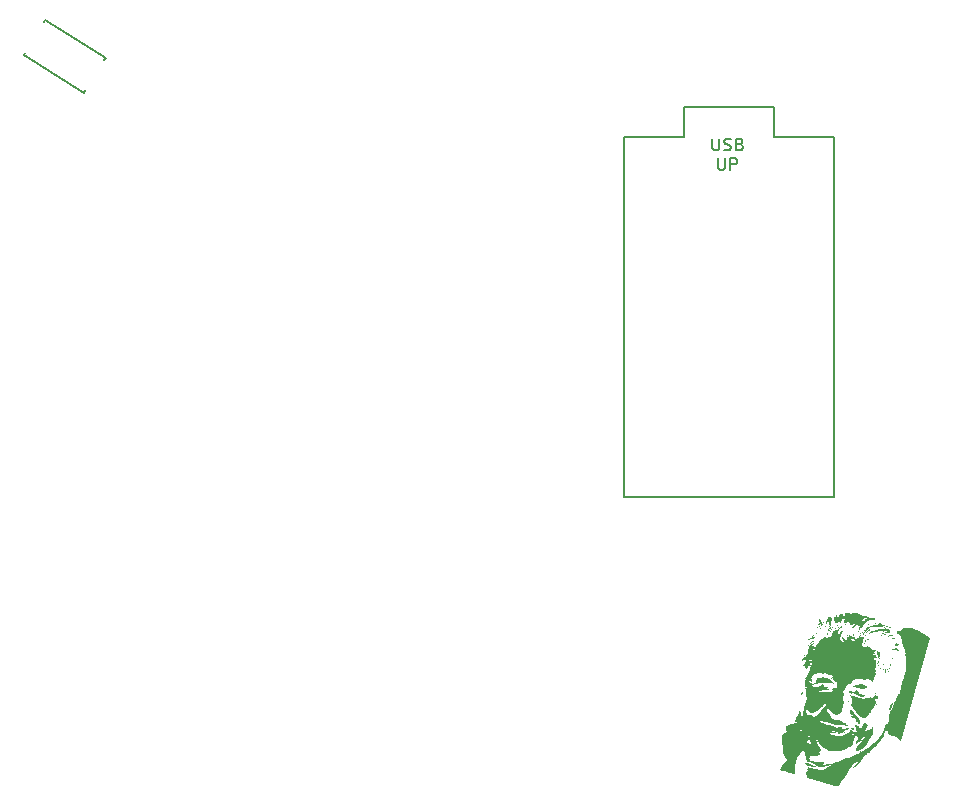
<source format=gbr>
G04 #@! TF.GenerationSoftware,KiCad,Pcbnew,(5.1.5)-3*
G04 #@! TF.CreationDate,2020-11-08T14:52:40+01:00*
G04 #@! TF.ProjectId,aegis,61656769-732e-46b6-9963-61645f706362,rev?*
G04 #@! TF.SameCoordinates,Original*
G04 #@! TF.FileFunction,Legend,Top*
G04 #@! TF.FilePolarity,Positive*
%FSLAX46Y46*%
G04 Gerber Fmt 4.6, Leading zero omitted, Abs format (unit mm)*
G04 Created by KiCad (PCBNEW (5.1.5)-3) date 2020-11-08 14:52:40*
%MOMM*%
%LPD*%
G04 APERTURE LIST*
%ADD10C,0.150000*%
%ADD11C,0.100000*%
%ADD12C,0.350000*%
%ADD13C,2.102000*%
%ADD14O,1.832000X2.132000*%
%ADD15R,1.832000X2.132000*%
%ADD16C,1.832000*%
%ADD17C,1.499000*%
%ADD18R,1.052000X1.402000*%
%ADD19R,1.499000X1.499000*%
%ADD20C,2.007000*%
%ADD21C,3.602000*%
%ADD22C,1.502000*%
%ADD23C,1.502000*%
%ADD24C,1.702000*%
%ADD25R,1.702000X1.702000*%
%ADD26C,2.352000*%
%ADD27C,4.089800*%
%ADD28C,1.852000*%
G04 APERTURE END LIST*
D10*
X162795243Y-92326395D02*
X162795243Y-93135919D01*
X162842862Y-93231157D01*
X162890481Y-93278776D01*
X162985719Y-93326395D01*
X163176195Y-93326395D01*
X163271433Y-93278776D01*
X163319052Y-93231157D01*
X163366671Y-93135919D01*
X163366671Y-92326395D01*
X163795243Y-93278776D02*
X163938100Y-93326395D01*
X164176195Y-93326395D01*
X164271433Y-93278776D01*
X164319052Y-93231157D01*
X164366671Y-93135919D01*
X164366671Y-93040681D01*
X164319052Y-92945443D01*
X164271433Y-92897824D01*
X164176195Y-92850205D01*
X163985719Y-92802586D01*
X163890481Y-92754967D01*
X163842862Y-92707348D01*
X163795243Y-92612110D01*
X163795243Y-92516872D01*
X163842862Y-92421634D01*
X163890481Y-92374015D01*
X163985719Y-92326395D01*
X164223814Y-92326395D01*
X164366671Y-92374015D01*
X165128576Y-92802586D02*
X165271433Y-92850205D01*
X165319052Y-92897824D01*
X165366671Y-92993062D01*
X165366671Y-93135919D01*
X165319052Y-93231157D01*
X165271433Y-93278776D01*
X165176195Y-93326395D01*
X164795243Y-93326395D01*
X164795243Y-92326395D01*
X165128576Y-92326395D01*
X165223814Y-92374015D01*
X165271433Y-92421634D01*
X165319052Y-92516872D01*
X165319052Y-92612110D01*
X165271433Y-92707348D01*
X165223814Y-92754967D01*
X165128576Y-92802586D01*
X164795243Y-92802586D01*
X163271433Y-93976395D02*
X163271433Y-94785919D01*
X163319052Y-94881157D01*
X163366671Y-94928776D01*
X163461909Y-94976395D01*
X163652386Y-94976395D01*
X163747624Y-94928776D01*
X163795243Y-94881157D01*
X163842862Y-94785919D01*
X163842862Y-93976395D01*
X164319052Y-94976395D02*
X164319052Y-93976395D01*
X164700005Y-93976395D01*
X164795243Y-94024015D01*
X164842862Y-94071634D01*
X164890481Y-94166872D01*
X164890481Y-94309729D01*
X164842862Y-94404967D01*
X164795243Y-94452586D01*
X164700005Y-94500205D01*
X164319052Y-94500205D01*
X111417381Y-85457894D02*
X106329092Y-82278378D01*
X106329092Y-82278378D02*
X106196613Y-82490390D01*
X111417381Y-85457894D02*
X111284901Y-85669906D01*
X109562664Y-88426062D02*
X109695143Y-88214050D01*
X109562664Y-88426062D02*
X104474375Y-85246546D01*
X104474375Y-85246546D02*
X104606855Y-85034534D01*
D11*
G36*
X175664744Y-132988233D02*
G01*
X175652264Y-133001272D01*
X175599527Y-133030972D01*
X175591342Y-133030736D01*
X175596416Y-133001874D01*
X175608897Y-132988836D01*
X175661634Y-132959137D01*
X175669818Y-132959372D01*
X175664744Y-132988233D01*
G37*
G36*
X175670311Y-133100852D02*
G01*
X175613618Y-133123501D01*
X175562180Y-133115281D01*
X175554793Y-133095678D01*
X175596798Y-133077580D01*
X175634390Y-133072106D01*
X175680027Y-133081912D01*
X175670311Y-133100852D01*
G37*
G36*
X172955659Y-137879047D02*
G01*
X172990292Y-137932607D01*
X172991371Y-137943473D01*
X172965679Y-137955396D01*
X172934281Y-137903168D01*
X172931051Y-137892688D01*
X172934449Y-137861546D01*
X172955659Y-137879047D01*
G37*
G36*
X172907558Y-138015823D02*
G01*
X172895964Y-138030679D01*
X172845130Y-138060877D01*
X172837601Y-138060878D01*
X172828595Y-138021983D01*
X172830913Y-138012026D01*
X172876210Y-137979885D01*
X172889275Y-137981828D01*
X172907558Y-138015823D01*
G37*
G36*
X172898369Y-138758840D02*
G01*
X172870467Y-138774306D01*
X172855001Y-138746404D01*
X172882903Y-138730938D01*
X172898369Y-138758840D01*
G37*
G36*
X172861063Y-138888942D02*
G01*
X172833161Y-138904409D01*
X172817694Y-138876507D01*
X172845596Y-138861041D01*
X172861063Y-138888942D01*
G37*
G36*
X172686129Y-138066525D02*
G01*
X172745927Y-138111303D01*
X172747041Y-138114257D01*
X172788372Y-138171148D01*
X172877422Y-138260809D01*
X172951821Y-138326916D01*
X173046757Y-138416876D01*
X173086612Y-138475969D01*
X173075064Y-138491974D01*
X173006746Y-138460043D01*
X172988213Y-138426587D01*
X172953616Y-138379877D01*
X172920577Y-138394958D01*
X172851999Y-138411769D01*
X172728690Y-138411422D01*
X172648308Y-138403329D01*
X172487181Y-138392074D01*
X172288873Y-138393223D01*
X172078234Y-138404787D01*
X171880110Y-138424775D01*
X171719350Y-138451196D01*
X171620801Y-138482060D01*
X171614019Y-138486183D01*
X171540874Y-138522041D01*
X171475200Y-138498679D01*
X171442787Y-138474642D01*
X171399325Y-138416602D01*
X171424936Y-138384843D01*
X171499174Y-138394306D01*
X171531849Y-138409561D01*
X171606699Y-138447386D01*
X171614401Y-138434036D01*
X171580410Y-138384040D01*
X171545811Y-138283425D01*
X171550308Y-138270600D01*
X171595368Y-138283521D01*
X171593928Y-138311010D01*
X171615989Y-138320723D01*
X171656236Y-138315091D01*
X171653191Y-138300101D01*
X171603213Y-138280153D01*
X171595368Y-138283521D01*
X171550308Y-138270600D01*
X171576960Y-138194596D01*
X171608168Y-138107057D01*
X171583767Y-138076815D01*
X171573984Y-138056986D01*
X171632339Y-138029871D01*
X171737548Y-138000208D01*
X171868323Y-137972729D01*
X172003377Y-137952170D01*
X172121422Y-137943267D01*
X172174566Y-137945409D01*
X172380583Y-137977719D01*
X172557726Y-138020044D01*
X172686129Y-138066525D01*
G37*
G36*
X172086244Y-139081347D02*
G01*
X172072898Y-139105422D01*
X172049042Y-139101968D01*
X172017895Y-139075865D01*
X172028420Y-139064766D01*
X172081375Y-139074334D01*
X172086244Y-139081347D01*
G37*
G36*
X176683999Y-133085916D02*
G01*
X176656097Y-133101381D01*
X176640630Y-133073480D01*
X176668532Y-133058014D01*
X176683999Y-133085916D01*
G37*
G36*
X176318299Y-133160965D02*
G01*
X176308731Y-133213921D01*
X176301718Y-133218789D01*
X176277643Y-133205443D01*
X176281097Y-133181586D01*
X176307200Y-133150440D01*
X176318299Y-133160965D01*
G37*
G36*
X176423479Y-133339748D02*
G01*
X176395577Y-133355214D01*
X176380111Y-133327312D01*
X176408013Y-133311846D01*
X176423479Y-133339748D01*
G37*
G36*
X176671250Y-133457729D02*
G01*
X176643348Y-133473195D01*
X176627882Y-133445293D01*
X176655784Y-133429828D01*
X176671250Y-133457729D01*
G37*
G36*
X176684470Y-133325822D02*
G01*
X176624851Y-133374024D01*
X176533030Y-133417809D01*
X176478118Y-133425816D01*
X176478498Y-133397354D01*
X176538117Y-133349153D01*
X176629938Y-133305367D01*
X176684850Y-133297361D01*
X176684470Y-133325822D01*
G37*
G36*
X176013765Y-133228267D02*
G01*
X175938826Y-133279242D01*
X175921563Y-133289693D01*
X175826449Y-133341356D01*
X175769707Y-133362917D01*
X175766936Y-133362688D01*
X175785992Y-133338684D01*
X175860932Y-133287709D01*
X175878194Y-133277258D01*
X175973308Y-133225594D01*
X176030050Y-133204033D01*
X176032823Y-133204262D01*
X176013765Y-133228267D01*
G37*
G36*
X176044096Y-133467104D02*
G01*
X176010207Y-133491895D01*
X175965884Y-133508844D01*
X175987444Y-133467998D01*
X175992891Y-133460656D01*
X176042474Y-133417401D01*
X176062116Y-133422621D01*
X176044096Y-133467104D01*
G37*
G36*
X177525909Y-134023511D02*
G01*
X177516341Y-134076467D01*
X177509328Y-134081334D01*
X177485253Y-134067989D01*
X177488706Y-134044132D01*
X177514810Y-134012986D01*
X177525909Y-134023511D01*
G37*
G36*
X178182434Y-134407323D02*
G01*
X178154532Y-134422789D01*
X178139066Y-134394887D01*
X178166968Y-134379422D01*
X178182434Y-134407323D01*
G37*
G36*
X174397003Y-133368802D02*
G01*
X174369103Y-133384268D01*
X174353636Y-133356367D01*
X174381538Y-133340901D01*
X174397003Y-133368802D01*
G37*
G36*
X177828181Y-134009574D02*
G01*
X177829528Y-134056139D01*
X177812073Y-134152910D01*
X177776090Y-134197110D01*
X177737856Y-134172906D01*
X177729537Y-134153400D01*
X177699417Y-134106943D01*
X177667933Y-134130178D01*
X177604362Y-134163600D01*
X177484370Y-134195420D01*
X177408467Y-134208311D01*
X177263227Y-134227342D01*
X177187051Y-134232989D01*
X177159778Y-134225343D01*
X177159707Y-134209427D01*
X177202809Y-134186662D01*
X177298979Y-134159600D01*
X177303342Y-134158625D01*
X177381298Y-134129470D01*
X177371860Y-134099158D01*
X177277693Y-134072050D01*
X177247431Y-134067176D01*
X177208564Y-134049724D01*
X177244047Y-134020486D01*
X177312851Y-134008751D01*
X177390694Y-134063754D01*
X177453121Y-134109612D01*
X177516705Y-134103330D01*
X177614463Y-134041336D01*
X177617367Y-134039232D01*
X177735903Y-133963912D01*
X177802398Y-133953726D01*
X177828181Y-134009574D01*
G37*
G36*
X177669196Y-134319885D02*
G01*
X177661517Y-134324604D01*
X177588997Y-134344134D01*
X177492874Y-134344472D01*
X177403390Y-134329905D01*
X177350781Y-134304720D01*
X177354164Y-134281027D01*
X177422389Y-134269109D01*
X177465123Y-134285278D01*
X177565808Y-134310876D01*
X177629662Y-134306780D01*
X177689686Y-134298695D01*
X177669196Y-134319885D01*
G37*
G36*
X174576536Y-133561083D02*
G01*
X174548634Y-133576549D01*
X174533168Y-133548647D01*
X174561070Y-133533181D01*
X174576536Y-133561083D01*
G37*
G36*
X178060741Y-134325458D02*
G01*
X178042303Y-134374041D01*
X177977320Y-134415099D01*
X177884941Y-134429499D01*
X177873317Y-134428569D01*
X177762390Y-134445564D01*
X177704284Y-134473967D01*
X177655132Y-134502740D01*
X177673198Y-134474127D01*
X177674349Y-134472833D01*
X177769928Y-134390200D01*
X177884266Y-134322266D01*
X177884958Y-134322023D01*
X177965596Y-134345146D01*
X177981061Y-134373047D01*
X178008963Y-134357581D01*
X177993497Y-134329680D01*
X177965596Y-134345146D01*
X177884958Y-134322023D01*
X177982781Y-134287830D01*
X178013493Y-134288480D01*
X178060741Y-134325458D01*
G37*
G36*
X175135124Y-133688988D02*
G01*
X175120859Y-133758249D01*
X175107865Y-133771128D01*
X175091863Y-133752542D01*
X175101409Y-133707676D01*
X175125270Y-133664439D01*
X175135124Y-133688988D01*
G37*
G36*
X178814141Y-134823130D02*
G01*
X178844339Y-134873964D01*
X178844339Y-134881493D01*
X178805445Y-134890498D01*
X178795487Y-134888182D01*
X178763346Y-134842885D01*
X178765289Y-134829819D01*
X178799285Y-134811537D01*
X178814141Y-134823130D01*
G37*
G36*
X178256931Y-134564283D02*
G01*
X178268174Y-134593935D01*
X178267753Y-134680120D01*
X178203103Y-134704604D01*
X178123879Y-134684632D01*
X178019971Y-134645303D01*
X178133563Y-134582526D01*
X178217636Y-134545568D01*
X178256931Y-134564283D01*
G37*
G36*
X177413937Y-134468562D02*
G01*
X177386035Y-134484028D01*
X177370569Y-134456126D01*
X177398471Y-134440660D01*
X177413937Y-134468562D01*
G37*
G36*
X174073425Y-133465225D02*
G01*
X174039535Y-133490016D01*
X173995213Y-133506966D01*
X174016772Y-133466120D01*
X174022219Y-133458778D01*
X174071802Y-133415524D01*
X174091445Y-133420743D01*
X174073425Y-133465225D01*
G37*
G36*
X177251017Y-134326622D02*
G01*
X177265011Y-134333221D01*
X177226742Y-134349962D01*
X177133611Y-134386018D01*
X177107572Y-134395794D01*
X177009156Y-134425442D01*
X176985750Y-134411834D01*
X176995235Y-134395876D01*
X177055723Y-134350804D01*
X177080412Y-134349458D01*
X177111920Y-134331555D01*
X177110411Y-134321183D01*
X177135812Y-134298653D01*
X177182673Y-134305029D01*
X177251017Y-134326622D01*
G37*
G36*
X172271671Y-133087908D02*
G01*
X172243769Y-133103374D01*
X172228303Y-133075472D01*
X172256204Y-133060006D01*
X172271671Y-133087908D01*
G37*
G36*
X178795383Y-134997663D02*
G01*
X178782037Y-135021738D01*
X178758181Y-135018285D01*
X178727034Y-134992182D01*
X178737559Y-134981083D01*
X178790515Y-134990651D01*
X178795383Y-134997663D01*
G37*
G36*
X177823877Y-133826210D02*
G01*
X177800411Y-133840896D01*
X177726884Y-133885804D01*
X177663193Y-133942947D01*
X177593156Y-133993724D01*
X177551402Y-133992259D01*
X177495860Y-133984030D01*
X177478502Y-133995416D01*
X177411474Y-134005736D01*
X177367070Y-133986636D01*
X177274701Y-133969544D01*
X177227917Y-133987358D01*
X177152866Y-134011575D01*
X177013491Y-134034802D01*
X176835650Y-134053065D01*
X176772656Y-134057341D01*
X176470203Y-134093237D01*
X176242821Y-134161910D01*
X176190003Y-134188005D01*
X176085082Y-134241985D01*
X176027701Y-134264224D01*
X176024719Y-134257944D01*
X176151650Y-134128649D01*
X176284161Y-134032801D01*
X176396008Y-133988638D01*
X176413707Y-133987616D01*
X176498670Y-133977571D01*
X176527911Y-133957612D01*
X176573824Y-133937455D01*
X176688056Y-133912162D01*
X176849201Y-133886166D01*
X176914622Y-133877485D01*
X177145178Y-133846478D01*
X177296120Y-133819728D01*
X177377723Y-133793635D01*
X177400261Y-133764598D01*
X177374010Y-133729017D01*
X177363177Y-133720311D01*
X177334432Y-133688522D01*
X177380632Y-133690240D01*
X177432575Y-133702801D01*
X177525363Y-133737353D01*
X177541022Y-133777997D01*
X177529417Y-133797671D01*
X177512598Y-133852669D01*
X177555976Y-133867623D01*
X177635866Y-133835742D01*
X177643837Y-133830481D01*
X177739211Y-133798255D01*
X177786872Y-133801814D01*
X177823877Y-133826210D01*
G37*
G36*
X176177657Y-133855092D02*
G01*
X176116860Y-133916809D01*
X176014276Y-134007164D01*
X175879774Y-134119806D01*
X175800852Y-134182663D01*
X175764365Y-134204419D01*
X175757175Y-134193760D01*
X175761868Y-134173970D01*
X175803588Y-134121493D01*
X175893188Y-134040018D01*
X176003809Y-133951108D01*
X176108593Y-133876323D01*
X176180683Y-133837224D01*
X176181706Y-133836925D01*
X176177657Y-133855092D01*
G37*
G36*
X172333535Y-133199514D02*
G01*
X172305633Y-133214981D01*
X172290168Y-133187079D01*
X172318069Y-133171612D01*
X172333535Y-133199514D01*
G37*
G36*
X176550459Y-132954571D02*
G01*
X176581316Y-133001755D01*
X176542591Y-133049976D01*
X176421975Y-133083521D01*
X176375881Y-133089693D01*
X176246674Y-133101058D01*
X176159590Y-133102850D01*
X176141864Y-133099795D01*
X176089740Y-133108298D01*
X175999694Y-133146851D01*
X175903712Y-133187415D01*
X175846417Y-133197745D01*
X175785811Y-133222535D01*
X175702358Y-133308694D01*
X175612228Y-133436231D01*
X175531594Y-133585156D01*
X175529738Y-133589203D01*
X175465813Y-133711603D01*
X175414414Y-133781951D01*
X175385625Y-133794314D01*
X175389532Y-133742755D01*
X175422665Y-133652224D01*
X175459273Y-133559231D01*
X175456353Y-133539609D01*
X175420422Y-133577359D01*
X175364393Y-133668742D01*
X175301744Y-133805491D01*
X175274937Y-133875902D01*
X175225064Y-133996411D01*
X175180429Y-134069643D01*
X175161393Y-134080780D01*
X175151342Y-134037833D01*
X175178787Y-133948899D01*
X175180343Y-133945423D01*
X175211179Y-133856032D01*
X175207653Y-133812500D01*
X175206902Y-133812238D01*
X175201851Y-133771660D01*
X175228121Y-133702692D01*
X175253834Y-133626759D01*
X175215160Y-133597328D01*
X175184377Y-133593243D01*
X175124074Y-133577330D01*
X175120156Y-133528775D01*
X175151846Y-133453144D01*
X175191296Y-133365929D01*
X175186130Y-133351258D01*
X175130544Y-133400224D01*
X175122383Y-133407906D01*
X175053882Y-133455312D01*
X175028120Y-133434904D01*
X175001966Y-133437130D01*
X174935430Y-133498493D01*
X174842357Y-133606010D01*
X174832643Y-133618148D01*
X174729995Y-133742002D01*
X174668803Y-133799656D01*
X174638684Y-133798761D01*
X174630498Y-133767105D01*
X174644598Y-133687353D01*
X174674696Y-133671146D01*
X174718305Y-133632966D01*
X174721997Y-133599163D01*
X174750169Y-133516113D01*
X174783027Y-133483647D01*
X174834565Y-133411503D01*
X174875535Y-133292399D01*
X174880719Y-133266954D01*
X174930408Y-133113435D01*
X174945817Y-133086161D01*
X175235457Y-133169214D01*
X175232129Y-133187590D01*
X175266275Y-133176052D01*
X175374513Y-133112605D01*
X175381168Y-133106977D01*
X175451945Y-133127272D01*
X175481595Y-133126260D01*
X175487826Y-133124627D01*
X175537171Y-133128870D01*
X175525991Y-133169020D01*
X175463045Y-133219229D01*
X175421721Y-133254681D01*
X175428589Y-133265668D01*
X175483472Y-133250967D01*
X175588664Y-133203174D01*
X175667136Y-133162118D01*
X175770188Y-133102722D01*
X175819708Y-133068007D01*
X175813506Y-133064053D01*
X175750627Y-133047079D01*
X175739234Y-133026975D01*
X175757815Y-132989661D01*
X175781811Y-132991485D01*
X175857063Y-132977065D01*
X175918029Y-132936678D01*
X175966977Y-132874435D01*
X175950438Y-132852104D01*
X175884030Y-132857798D01*
X175780733Y-132888478D01*
X175670939Y-132931997D01*
X175585042Y-132976207D01*
X175553434Y-133008959D01*
X175554056Y-133010538D01*
X175535968Y-133056125D01*
X175497186Y-133090562D01*
X175451945Y-133127272D01*
X175381168Y-133106977D01*
X175425783Y-133069256D01*
X175474485Y-133009784D01*
X175460767Y-133000948D01*
X175394776Y-133039762D01*
X175311328Y-133102978D01*
X175235457Y-133169214D01*
X174945817Y-133086161D01*
X175009295Y-132973804D01*
X175014614Y-132966987D01*
X175078037Y-132875138D01*
X175102428Y-132813540D01*
X175101064Y-132807472D01*
X175065344Y-132812122D01*
X175003636Y-132875442D01*
X174931073Y-132975783D01*
X174862788Y-133091499D01*
X174813915Y-133200941D01*
X174804806Y-133231261D01*
X174754012Y-133356849D01*
X174683765Y-133449224D01*
X174678700Y-133453235D01*
X174618378Y-133484344D01*
X174605896Y-133463901D01*
X174599833Y-133406559D01*
X174552661Y-133408451D01*
X174489194Y-133467198D01*
X174483214Y-133475656D01*
X174439154Y-133535561D01*
X174428348Y-133518604D01*
X174433725Y-133449732D01*
X174423338Y-133342346D01*
X174393527Y-133283339D01*
X174371291Y-133199647D01*
X174395523Y-133048077D01*
X174404153Y-133016518D01*
X174431694Y-132891315D01*
X174431858Y-132885993D01*
X174787783Y-132988053D01*
X174793415Y-133028301D01*
X174808405Y-133025255D01*
X174828353Y-132975277D01*
X174824985Y-132967432D01*
X174797496Y-132965992D01*
X174787783Y-132988053D01*
X174431858Y-132885993D01*
X174434237Y-132807983D01*
X174423174Y-132789637D01*
X174390034Y-132822259D01*
X174360317Y-132926111D01*
X174352350Y-132973843D01*
X174311918Y-133134679D01*
X174235773Y-133245157D01*
X174213679Y-133265415D01*
X174132287Y-133322296D01*
X174091004Y-133311369D01*
X174083560Y-133293458D01*
X174060658Y-133267991D01*
X174030257Y-133329918D01*
X174029025Y-133333686D01*
X174002793Y-133404000D01*
X173989975Y-133390217D01*
X173984179Y-133344294D01*
X173973083Y-133280984D01*
X173950282Y-133296973D01*
X173921864Y-133349891D01*
X173905828Y-133363326D01*
X173912564Y-133302834D01*
X173940500Y-133181378D01*
X173943854Y-133168464D01*
X173979791Y-133013809D01*
X173985223Y-132938007D01*
X173960498Y-132935115D01*
X173957422Y-132937685D01*
X173912347Y-132965264D01*
X173912342Y-132933723D01*
X173897847Y-132890683D01*
X173876904Y-132891131D01*
X173833381Y-132939820D01*
X173786206Y-133044263D01*
X173772354Y-133086857D01*
X173716340Y-133219304D01*
X173644461Y-133320519D01*
X173626950Y-133335728D01*
X173565570Y-133370890D01*
X173565749Y-133341644D01*
X173588626Y-133259010D01*
X173606985Y-133131024D01*
X173609996Y-133096197D01*
X173623537Y-132912346D01*
X173550659Y-133030070D01*
X173493366Y-133156978D01*
X173468882Y-133264756D01*
X173459985Y-133381717D01*
X173420829Y-133253156D01*
X173393084Y-133168618D01*
X173380558Y-133165393D01*
X173374035Y-133228069D01*
X173357013Y-133293959D01*
X173334040Y-133295965D01*
X173297258Y-133299562D01*
X173280776Y-133333307D01*
X173250727Y-133374126D01*
X173211611Y-133333800D01*
X173167635Y-133220434D01*
X173123006Y-133042132D01*
X173118660Y-133020998D01*
X173093565Y-132890637D01*
X173247924Y-132934898D01*
X173230178Y-133033417D01*
X173220487Y-133143939D01*
X173221331Y-133235084D01*
X173235191Y-133275477D01*
X173240049Y-133274541D01*
X173257735Y-133226985D01*
X173278858Y-133119395D01*
X173288914Y-133050631D01*
X173296603Y-132936774D01*
X173285662Y-132879061D01*
X173271248Y-132879757D01*
X173247924Y-132934898D01*
X173093565Y-132890637D01*
X173087314Y-132858169D01*
X173075853Y-132769923D01*
X173084155Y-132742862D01*
X173112097Y-132763584D01*
X173116344Y-132768182D01*
X173183723Y-132788770D01*
X173258036Y-132755053D01*
X173297431Y-132688627D01*
X173297566Y-132674644D01*
X173316623Y-132621958D01*
X173339571Y-132619719D01*
X173368157Y-132667176D01*
X173362709Y-132720221D01*
X173357840Y-132799913D01*
X173399851Y-132814092D01*
X173476236Y-132765179D01*
X173485388Y-132755399D01*
X173622915Y-132794834D01*
X173628546Y-132835080D01*
X173643536Y-132832036D01*
X173663485Y-132782057D01*
X173660117Y-132774212D01*
X173632628Y-132772773D01*
X173622915Y-132794834D01*
X173485388Y-132755399D01*
X173552748Y-132683417D01*
X173675088Y-132568735D01*
X173785487Y-132537838D01*
X173872248Y-132585744D01*
X173888677Y-132659022D01*
X173872936Y-132693638D01*
X173862324Y-132765201D01*
X173884249Y-132794012D01*
X173924641Y-132801185D01*
X173961260Y-132744805D01*
X173967612Y-132725495D01*
X174061209Y-132752334D01*
X174053053Y-132810869D01*
X174067665Y-132815785D01*
X174094662Y-132760711D01*
X174094923Y-132733646D01*
X174080377Y-132711697D01*
X174061209Y-132752334D01*
X173967612Y-132725495D01*
X173996606Y-132637359D01*
X174036421Y-132517838D01*
X174071242Y-132471700D01*
X174112881Y-132483673D01*
X174114556Y-132484919D01*
X174176313Y-132527448D01*
X174192382Y-132535724D01*
X174184962Y-132569055D01*
X174165542Y-132598428D01*
X174151479Y-132654671D01*
X174169934Y-132670087D01*
X174209921Y-132655442D01*
X174832492Y-132833961D01*
X174864484Y-132869213D01*
X174866931Y-132869948D01*
X174927457Y-132850611D01*
X174982762Y-132805742D01*
X175028766Y-132751053D01*
X175000318Y-132742757D01*
X174952918Y-132751902D01*
X174867347Y-132787476D01*
X174832492Y-132833961D01*
X174209921Y-132655442D01*
X174221139Y-132651334D01*
X174234934Y-132592089D01*
X174373649Y-132631865D01*
X174392467Y-132685055D01*
X174403848Y-132690228D01*
X174450331Y-132687543D01*
X174452699Y-132683539D01*
X174432927Y-132637798D01*
X174422501Y-132625176D01*
X174381552Y-132617155D01*
X174373649Y-132631865D01*
X174234934Y-132592089D01*
X174237378Y-132581593D01*
X174216646Y-132510431D01*
X174213928Y-132491913D01*
X175276584Y-132796624D01*
X175281707Y-132801149D01*
X175330037Y-132781967D01*
X175342628Y-132771684D01*
X175365306Y-132734309D01*
X175360184Y-132729784D01*
X175311852Y-132748966D01*
X175299261Y-132759249D01*
X175276584Y-132796624D01*
X174213928Y-132491913D01*
X174207964Y-132451290D01*
X174238520Y-132434147D01*
X174282724Y-132441710D01*
X174283340Y-132455781D01*
X174314309Y-132491530D01*
X174404233Y-132530492D01*
X174421435Y-132535696D01*
X174545568Y-132551938D01*
X174585408Y-132531088D01*
X174893485Y-132619428D01*
X174908951Y-132647330D01*
X174936853Y-132631863D01*
X174934275Y-132627212D01*
X175158152Y-132691408D01*
X175149996Y-132749943D01*
X175164607Y-132754860D01*
X175191604Y-132699785D01*
X175191866Y-132672720D01*
X175177320Y-132650771D01*
X175158152Y-132691408D01*
X174934275Y-132627212D01*
X174921387Y-132603961D01*
X174893485Y-132619428D01*
X174585408Y-132531088D01*
X174629580Y-132507971D01*
X174641033Y-132495426D01*
X174684073Y-132454941D01*
X174736811Y-132441499D01*
X174821549Y-132456833D01*
X174960589Y-132502671D01*
X175022989Y-132525077D01*
X175190979Y-132584937D01*
X175336593Y-132635195D01*
X175429249Y-132665300D01*
X175431316Y-132665906D01*
X175494285Y-132698253D01*
X175496147Y-132723579D01*
X175491085Y-132777040D01*
X175505565Y-132798947D01*
X175534662Y-132813612D01*
X175532260Y-132791297D01*
X175553370Y-132746611D01*
X175619950Y-132729919D01*
X175689528Y-132749027D01*
X175702196Y-132760072D01*
X175740021Y-132768850D01*
X175745286Y-132758706D01*
X175791245Y-132742569D01*
X175890456Y-132750934D01*
X175910632Y-132754945D01*
X176009419Y-132788060D01*
X176052832Y-132826573D01*
X176052525Y-132832973D01*
X176078048Y-132876559D01*
X176153897Y-132909265D01*
X176240173Y-132919403D01*
X176290658Y-132902726D01*
X176363719Y-132885669D01*
X176464216Y-132907684D01*
X176550459Y-132954571D01*
G37*
G36*
X173385171Y-133459019D02*
G01*
X173389277Y-133466260D01*
X173407228Y-133532944D01*
X173396589Y-133552515D01*
X173368061Y-133530250D01*
X173358038Y-133483577D01*
X173359363Y-133429125D01*
X173385171Y-133459019D01*
G37*
G36*
X175734717Y-134268655D02*
G01*
X175706815Y-134284120D01*
X175691349Y-134256219D01*
X175719251Y-134240753D01*
X175734717Y-134268655D01*
G37*
G36*
X174093984Y-133718981D02*
G01*
X174079720Y-133788242D01*
X174066726Y-133801122D01*
X174050724Y-133782536D01*
X174060270Y-133737670D01*
X174084130Y-133694432D01*
X174093984Y-133718981D01*
G37*
G36*
X175588410Y-134047371D02*
G01*
X175536388Y-134126883D01*
X175534802Y-134129196D01*
X175461508Y-134224590D01*
X175424218Y-134247245D01*
X175427454Y-134194571D01*
X175428766Y-134189895D01*
X175475469Y-134120158D01*
X175533637Y-134067432D01*
X175587556Y-134030893D01*
X175588410Y-134047371D01*
G37*
G36*
X172142389Y-133149164D02*
G01*
X172185382Y-133222232D01*
X172205518Y-133286994D01*
X172199266Y-133304336D01*
X172163470Y-133279815D01*
X172119891Y-133208941D01*
X172090858Y-133132818D01*
X172097606Y-133108396D01*
X172142389Y-133149164D01*
G37*
G36*
X178095073Y-135039343D02*
G01*
X178067171Y-135054809D01*
X178051704Y-135026908D01*
X178079606Y-135011441D01*
X178095073Y-135039343D01*
G37*
G36*
X176186891Y-134492181D02*
G01*
X176158990Y-134507646D01*
X176143523Y-134479745D01*
X176171425Y-134464279D01*
X176186891Y-134492181D01*
G37*
G36*
X175337831Y-134176607D02*
G01*
X175335150Y-134186511D01*
X175290567Y-134258589D01*
X175263733Y-134274403D01*
X175223115Y-134265867D01*
X175223404Y-134253875D01*
X175263339Y-134196848D01*
X175294822Y-134165983D01*
X175340156Y-134135000D01*
X175337831Y-134176607D01*
G37*
G36*
X173489216Y-133679587D02*
G01*
X173471916Y-133711236D01*
X173419416Y-133762244D01*
X173399719Y-133745529D01*
X173404403Y-133720552D01*
X173452763Y-133670775D01*
X173466574Y-133665541D01*
X173489216Y-133679587D01*
G37*
G36*
X178677350Y-135300176D02*
G01*
X178649448Y-135315641D01*
X178633983Y-135287740D01*
X178661884Y-135272274D01*
X178677350Y-135300176D01*
G37*
G36*
X176292123Y-134616223D02*
G01*
X176264222Y-134631688D01*
X176248756Y-134603788D01*
X176276657Y-134588321D01*
X176292123Y-134616223D01*
G37*
G36*
X175799522Y-134320722D02*
G01*
X175784339Y-134366860D01*
X175749856Y-134456836D01*
X175729866Y-134471608D01*
X175712990Y-134427064D01*
X175729499Y-134356636D01*
X175761795Y-134313867D01*
X175801746Y-134283049D01*
X175799522Y-134320722D01*
G37*
G36*
X174123736Y-133994448D02*
G01*
X174095834Y-134009913D01*
X174080368Y-133982012D01*
X174108270Y-133966546D01*
X174123736Y-133994448D01*
G37*
G36*
X178838386Y-135393285D02*
G01*
X178810484Y-135408752D01*
X178795018Y-135380850D01*
X178822919Y-135365383D01*
X178838386Y-135393285D01*
G37*
G36*
X174544978Y-134162170D02*
G01*
X174517076Y-134177637D01*
X174501610Y-134149735D01*
X174529511Y-134134268D01*
X174544978Y-134162170D01*
G37*
G36*
X173374049Y-133826412D02*
G01*
X173346147Y-133841878D01*
X173330680Y-133813976D01*
X173358582Y-133798510D01*
X173374049Y-133826412D01*
G37*
G36*
X173243945Y-133789105D02*
G01*
X173216044Y-133804572D01*
X173200577Y-133776670D01*
X173228479Y-133761203D01*
X173243945Y-133789105D01*
G37*
G36*
X172723532Y-133639879D02*
G01*
X172695630Y-133655345D01*
X172680165Y-133627444D01*
X172708066Y-133611977D01*
X172723532Y-133639879D01*
G37*
G36*
X178455804Y-135055600D02*
G01*
X178456040Y-135056027D01*
X178522281Y-135129382D01*
X178560117Y-135149225D01*
X178595579Y-135174256D01*
X178559401Y-135223658D01*
X178547344Y-135234747D01*
X178470032Y-135274343D01*
X178425137Y-135266906D01*
X178355288Y-135257840D01*
X178336114Y-135269528D01*
X178259453Y-135296085D01*
X178206351Y-135251061D01*
X178218901Y-135215651D01*
X178274605Y-135231624D01*
X178290071Y-135259526D01*
X178317972Y-135244059D01*
X178302507Y-135216157D01*
X178274605Y-135231624D01*
X178218901Y-135215651D01*
X178223601Y-135202390D01*
X178280301Y-135154932D01*
X178293744Y-135143244D01*
X178386212Y-135169759D01*
X178401678Y-135197661D01*
X178429579Y-135182194D01*
X178414113Y-135154293D01*
X178386212Y-135169759D01*
X178293744Y-135143244D01*
X178338072Y-135104707D01*
X178323141Y-135081274D01*
X178299383Y-135058037D01*
X178342814Y-135023560D01*
X178408671Y-135002557D01*
X178455804Y-135055600D01*
G37*
G36*
X178076315Y-135213876D02*
G01*
X178062969Y-135237951D01*
X178039113Y-135234498D01*
X178007967Y-135208394D01*
X178018492Y-135197295D01*
X178071447Y-135206863D01*
X178076315Y-135213876D01*
G37*
G36*
X174086481Y-134069810D02*
G01*
X174076913Y-134122766D01*
X174069901Y-134127633D01*
X174045826Y-134114287D01*
X174049279Y-134090431D01*
X174075383Y-134059285D01*
X174086481Y-134069810D01*
G37*
G36*
X178407025Y-135368912D02*
G01*
X178395303Y-135383568D01*
X178325882Y-135408843D01*
X178312698Y-135406814D01*
X178296847Y-135373352D01*
X178308567Y-135358697D01*
X178377989Y-135333421D01*
X178391174Y-135335450D01*
X178407025Y-135368912D01*
G37*
G36*
X172583804Y-133553856D02*
G01*
X172595864Y-133593306D01*
X172602810Y-133688239D01*
X172586939Y-133731547D01*
X172559330Y-133753565D01*
X172561637Y-133726362D01*
X172570137Y-133638867D01*
X172570562Y-133588121D01*
X172571146Y-133528915D01*
X172583804Y-133553856D01*
G37*
G36*
X172383370Y-133554850D02*
G01*
X172401305Y-133617882D01*
X172409995Y-133692939D01*
X172401169Y-133711710D01*
X172375871Y-133668479D01*
X172357936Y-133605446D01*
X172349246Y-133530389D01*
X172358072Y-133511618D01*
X172383370Y-133554850D01*
G37*
G36*
X171879645Y-133022892D02*
G01*
X171946433Y-133086443D01*
X172018355Y-133186328D01*
X172082725Y-133298803D01*
X172126853Y-133400119D01*
X172138055Y-133466534D01*
X172123736Y-133479749D01*
X172079763Y-133517894D01*
X172076101Y-133551131D01*
X172075317Y-133605617D01*
X172054683Y-133591800D01*
X172009473Y-133503551D01*
X171974299Y-133425040D01*
X172029648Y-133440911D01*
X172045114Y-133468813D01*
X172073015Y-133453346D01*
X172057550Y-133425445D01*
X172029648Y-133440911D01*
X171974299Y-133425040D01*
X171967896Y-133410751D01*
X171922729Y-133298255D01*
X171918637Y-133254982D01*
X171954852Y-133270211D01*
X171957971Y-133272512D01*
X172009254Y-133307246D01*
X172010921Y-133286255D01*
X171978342Y-133217018D01*
X171909598Y-133125110D01*
X171843551Y-133082481D01*
X171782804Y-133042536D01*
X171776810Y-133013246D01*
X171819192Y-132996547D01*
X171879645Y-133022892D01*
G37*
G36*
X171888608Y-133183240D02*
G01*
X171876679Y-133227219D01*
X171857204Y-133227196D01*
X171841341Y-133251052D01*
X171867642Y-133327504D01*
X171870795Y-133333810D01*
X171909996Y-133431146D01*
X171919501Y-133497554D01*
X171898375Y-133511380D01*
X171877722Y-133493691D01*
X171828376Y-133489207D01*
X171812630Y-133505145D01*
X171779716Y-133526522D01*
X171761965Y-133487787D01*
X171764086Y-133419534D01*
X171776763Y-133404793D01*
X171790174Y-133354692D01*
X171779389Y-133317259D01*
X171782583Y-133224057D01*
X171810702Y-133186825D01*
X171867513Y-133155341D01*
X171888608Y-133183240D01*
G37*
G36*
X176229946Y-134833062D02*
G01*
X176202044Y-134848528D01*
X176186579Y-134820626D01*
X176214480Y-134805160D01*
X176229946Y-134833062D01*
G37*
G36*
X175926424Y-134691272D02*
G01*
X175916856Y-134744228D01*
X175909844Y-134749096D01*
X175885768Y-134735750D01*
X175889222Y-134711894D01*
X175915326Y-134680747D01*
X175926424Y-134691272D01*
G37*
G36*
X174538604Y-134348077D02*
G01*
X174510702Y-134363543D01*
X174495236Y-134335641D01*
X174523138Y-134320175D01*
X174538604Y-134348077D01*
G37*
G36*
X174049123Y-134254654D02*
G01*
X174021221Y-134270120D01*
X174005755Y-134242218D01*
X174033657Y-134226753D01*
X174049123Y-134254654D01*
G37*
G36*
X173962388Y-134229783D02*
G01*
X173934486Y-134245249D01*
X173919019Y-134217347D01*
X173946921Y-134201882D01*
X173962388Y-134229783D01*
G37*
G36*
X172097574Y-133695056D02*
G01*
X172069672Y-133710522D01*
X172054206Y-133682621D01*
X172082107Y-133667155D01*
X172097574Y-133695056D01*
G37*
G36*
X171880735Y-133632879D02*
G01*
X171852833Y-133648345D01*
X171837367Y-133620443D01*
X171865268Y-133604978D01*
X171880735Y-133632879D01*
G37*
G36*
X176015093Y-134705610D02*
G01*
X176015101Y-134713682D01*
X175994361Y-134809971D01*
X175976187Y-134843324D01*
X175961537Y-134840683D01*
X175975190Y-134771126D01*
X175978194Y-134760873D01*
X176003734Y-134695405D01*
X176015093Y-134705610D01*
G37*
G36*
X174739542Y-134219370D02*
G01*
X174752001Y-134258083D01*
X174754305Y-134372236D01*
X174732833Y-134440321D01*
X174702489Y-134485687D01*
X174698735Y-134464394D01*
X174710947Y-134367889D01*
X174717903Y-134282156D01*
X174725659Y-134208290D01*
X174739542Y-134219370D01*
G37*
G36*
X174241142Y-134348826D02*
G01*
X174231575Y-134401782D01*
X174224562Y-134406649D01*
X174200487Y-134393303D01*
X174203940Y-134369447D01*
X174230044Y-134338301D01*
X174241142Y-134348826D01*
G37*
G36*
X172927622Y-134073870D02*
G01*
X172899720Y-134089335D01*
X172884255Y-134061435D01*
X172912156Y-134045968D01*
X172927622Y-134073870D01*
G37*
G36*
X171973531Y-133800289D02*
G01*
X171945631Y-133815754D01*
X171930164Y-133787853D01*
X171958066Y-133772387D01*
X171973531Y-133800289D01*
G37*
G36*
X178531688Y-135541399D02*
G01*
X178563187Y-135602340D01*
X178562094Y-135673045D01*
X178555436Y-135688273D01*
X178507502Y-135682660D01*
X178394492Y-135661876D01*
X178239443Y-135630202D01*
X178215508Y-135625103D01*
X178062540Y-135588186D01*
X177971475Y-135557354D01*
X177954826Y-135537008D01*
X177959723Y-135535073D01*
X178052221Y-135531666D01*
X178159654Y-135550664D01*
X178243420Y-135565425D01*
X178246364Y-135552061D01*
X178317659Y-135572504D01*
X178333126Y-135600406D01*
X178361028Y-135584940D01*
X178345561Y-135557038D01*
X178317659Y-135572504D01*
X178246364Y-135552061D01*
X178248833Y-135540854D01*
X178241990Y-135532488D01*
X178228535Y-135500015D01*
X178460199Y-135566444D01*
X178475664Y-135594344D01*
X178503566Y-135578879D01*
X178488100Y-135550977D01*
X178460199Y-135566444D01*
X178228535Y-135500015D01*
X178221307Y-135482573D01*
X178281451Y-135469466D01*
X178417803Y-135491717D01*
X178531688Y-135541399D01*
G37*
G36*
X171766263Y-133751540D02*
G01*
X171772159Y-133766012D01*
X171776238Y-133809395D01*
X171739420Y-133782939D01*
X171707108Y-133747359D01*
X171683750Y-133702985D01*
X171705951Y-133700813D01*
X171766263Y-133751540D01*
G37*
G36*
X178193617Y-135677736D02*
G01*
X178165716Y-135693203D01*
X178150250Y-135665301D01*
X178178152Y-135649835D01*
X178193617Y-135677736D01*
G37*
G36*
X172975013Y-133672982D02*
G01*
X172945143Y-133780990D01*
X172926296Y-133834491D01*
X172867640Y-133975006D01*
X172810900Y-134079073D01*
X172777732Y-134116833D01*
X172755873Y-134104114D01*
X172777953Y-134016183D01*
X172814866Y-133920609D01*
X172884142Y-133766572D01*
X172938160Y-133670683D01*
X172970567Y-133637850D01*
X172975013Y-133672982D01*
G37*
G36*
X178645844Y-135846522D02*
G01*
X178632498Y-135870597D01*
X178608642Y-135867144D01*
X178577495Y-135841040D01*
X178588020Y-135829941D01*
X178640977Y-135839509D01*
X178645844Y-135846522D01*
G37*
G36*
X178515741Y-135809216D02*
G01*
X178502395Y-135833291D01*
X178478539Y-135829837D01*
X178447392Y-135803734D01*
X178457917Y-135792635D01*
X178510873Y-135802202D01*
X178515741Y-135809216D01*
G37*
G36*
X178398021Y-135783282D02*
G01*
X178370119Y-135798748D01*
X178354653Y-135770846D01*
X178382555Y-135755380D01*
X178398021Y-135783282D01*
G37*
G36*
X172848385Y-132838806D02*
G01*
X172919032Y-132888732D01*
X172933532Y-132919046D01*
X172920629Y-132976136D01*
X172893206Y-133089791D01*
X172874218Y-133166818D01*
X172847404Y-133299153D01*
X172839354Y-133393631D01*
X172844519Y-133418488D01*
X172856425Y-133501427D01*
X172824212Y-133653524D01*
X172794643Y-133745174D01*
X172752681Y-133824445D01*
X172709235Y-133818242D01*
X172707969Y-133816911D01*
X172681747Y-133799605D01*
X172700153Y-133855996D01*
X172709877Y-133960496D01*
X172683939Y-134059824D01*
X172650261Y-134125898D01*
X172645641Y-134109652D01*
X172651417Y-134079573D01*
X172653111Y-134000845D01*
X172633269Y-133939736D01*
X172605157Y-133922336D01*
X172586898Y-133952702D01*
X172552462Y-133974011D01*
X172538712Y-133963489D01*
X172547702Y-133912158D01*
X172612208Y-133822678D01*
X172665959Y-133765240D01*
X172773517Y-133655715D01*
X172822548Y-133592170D01*
X172819398Y-133557874D01*
X172770414Y-133536090D01*
X172754621Y-133531459D01*
X172691417Y-133486394D01*
X172685016Y-133446847D01*
X172676431Y-133361398D01*
X172654540Y-133317343D01*
X172626735Y-133235838D01*
X172633567Y-133199982D01*
X172641644Y-133172801D01*
X172632516Y-133179937D01*
X172582913Y-133179185D01*
X172566684Y-133165542D01*
X172541393Y-133156796D01*
X172545123Y-133182534D01*
X172537865Y-133228898D01*
X172521798Y-133230031D01*
X172487031Y-133259959D01*
X172462550Y-133342110D01*
X172448311Y-133426097D01*
X172441376Y-133421966D01*
X172436067Y-133346248D01*
X172442149Y-133207023D01*
X172470311Y-133070882D01*
X172512012Y-132969163D01*
X172548457Y-132933874D01*
X172589407Y-132884294D01*
X172591649Y-132855679D01*
X172623717Y-132797976D01*
X172664819Y-132784337D01*
X172751554Y-132797945D01*
X172848385Y-132838806D01*
G37*
G36*
X178775895Y-135938569D02*
G01*
X178747994Y-135954035D01*
X178732527Y-135926133D01*
X178760429Y-135910668D01*
X178775895Y-135938569D01*
G37*
G36*
X176095629Y-135135927D02*
G01*
X176093312Y-135145884D01*
X176048015Y-135178025D01*
X176034950Y-135176082D01*
X176016667Y-135142087D01*
X176028261Y-135127231D01*
X176079095Y-135097033D01*
X176086624Y-135097032D01*
X176095629Y-135135927D01*
G37*
G36*
X175814358Y-134641403D02*
G01*
X175815091Y-134643704D01*
X175811650Y-134722735D01*
X175781166Y-134844124D01*
X175735627Y-134972639D01*
X175687024Y-135073053D01*
X175657051Y-135108069D01*
X175654865Y-135076614D01*
X175674808Y-134980066D01*
X175711077Y-134844634D01*
X175758979Y-134694853D01*
X175792552Y-134628758D01*
X175814358Y-134641403D01*
G37*
G36*
X171638713Y-133985882D02*
G01*
X171610811Y-134001348D01*
X171595344Y-133973446D01*
X171623246Y-133957981D01*
X171638713Y-133985882D01*
G37*
G36*
X178337829Y-135948867D02*
G01*
X178319243Y-135964870D01*
X178274377Y-135955324D01*
X178231139Y-135931463D01*
X178255689Y-135921609D01*
X178324950Y-135935874D01*
X178337829Y-135948867D01*
G37*
G36*
X173831439Y-134552408D02*
G01*
X173831138Y-134555883D01*
X173815091Y-134651836D01*
X173795681Y-134672048D01*
X173780371Y-134609945D01*
X173779554Y-134601307D01*
X173794549Y-134506645D01*
X173807936Y-134480378D01*
X173828790Y-134481123D01*
X173831439Y-134552408D01*
G37*
G36*
X172674345Y-134250578D02*
G01*
X172660080Y-134319839D01*
X172647086Y-134332718D01*
X172631084Y-134314132D01*
X172640631Y-134269267D01*
X172664491Y-134226029D01*
X172674345Y-134250578D01*
G37*
G36*
X176514398Y-135477829D02*
G01*
X176486496Y-135493296D01*
X176471030Y-135465394D01*
X176498932Y-135449927D01*
X176514398Y-135477829D01*
G37*
G36*
X175647094Y-135174379D02*
G01*
X175637527Y-135227334D01*
X175630514Y-135232202D01*
X175606439Y-135218856D01*
X175609892Y-135195000D01*
X175635996Y-135163853D01*
X175647094Y-135174379D01*
G37*
G36*
X172524440Y-134123565D02*
G01*
X172540639Y-134202749D01*
X172542207Y-134219457D01*
X172545232Y-134328493D01*
X172532944Y-134355838D01*
X172509816Y-134297951D01*
X172499252Y-134253503D01*
X172492091Y-134157108D01*
X172503671Y-134111938D01*
X172524440Y-134123565D01*
G37*
G36*
X171619902Y-134215157D02*
G01*
X171592001Y-134230622D01*
X171576535Y-134202721D01*
X171604436Y-134187255D01*
X171619902Y-134215157D01*
G37*
G36*
X171464929Y-134264585D02*
G01*
X171437027Y-134280051D01*
X171421560Y-134252149D01*
X171449462Y-134236684D01*
X171464929Y-134264585D01*
G37*
G36*
X178304598Y-136272763D02*
G01*
X178276696Y-136288229D01*
X178261231Y-136260327D01*
X178289132Y-136244861D01*
X178304598Y-136272763D01*
G37*
G36*
X171582596Y-134345260D02*
G01*
X171554694Y-134360726D01*
X171539228Y-134332824D01*
X171567129Y-134317358D01*
X171582596Y-134345260D01*
G37*
G36*
X171483425Y-134363756D02*
G01*
X171455523Y-134379222D01*
X171440057Y-134351321D01*
X171467958Y-134335855D01*
X171483425Y-134363756D01*
G37*
G36*
X171384254Y-134382253D02*
G01*
X171356352Y-134397720D01*
X171340886Y-134369818D01*
X171368787Y-134354351D01*
X171384254Y-134382253D01*
G37*
G36*
X178050453Y-136340688D02*
G01*
X178022551Y-136356155D01*
X178007085Y-136328253D01*
X178034986Y-136312787D01*
X178050453Y-136340688D01*
G37*
G36*
X177790246Y-136266075D02*
G01*
X177762344Y-136281541D01*
X177746879Y-136253640D01*
X177774780Y-136238174D01*
X177790246Y-136266075D01*
G37*
G36*
X177926411Y-136445921D02*
G01*
X177898509Y-136461386D01*
X177883043Y-136433486D01*
X177910944Y-136418019D01*
X177926411Y-136445921D01*
G37*
G36*
X178000711Y-136514159D02*
G01*
X177972809Y-136529626D01*
X177957343Y-136501724D01*
X177985245Y-136486257D01*
X178000711Y-136514159D01*
G37*
G36*
X177821726Y-136458355D02*
G01*
X177855763Y-136515371D01*
X177839013Y-136537737D01*
X177832829Y-136536420D01*
X177804981Y-136495100D01*
X177797118Y-136471995D01*
X177800517Y-136440854D01*
X177821726Y-136458355D01*
G37*
G36*
X178124242Y-136597854D02*
G01*
X178155529Y-136628953D01*
X178180388Y-136673270D01*
X178165157Y-136677210D01*
X178100080Y-136635182D01*
X178068793Y-136604082D01*
X178043934Y-136559765D01*
X178059164Y-136555825D01*
X178124242Y-136597854D01*
G37*
G36*
X177019289Y-135810718D02*
G01*
X176998357Y-135872487D01*
X176972511Y-135945511D01*
X176980294Y-135972908D01*
X176999368Y-136029433D01*
X177003666Y-136122661D01*
X176987658Y-136214951D01*
X176943817Y-136234254D01*
X176936423Y-136232447D01*
X176860658Y-136243914D01*
X176841905Y-136261638D01*
X176812750Y-136270114D01*
X176802502Y-136226872D01*
X176819020Y-136124798D01*
X176838970Y-136087168D01*
X176851578Y-136030591D01*
X176831480Y-136014621D01*
X176759141Y-135955315D01*
X176712977Y-135853895D01*
X176711538Y-135772379D01*
X176753395Y-135718665D01*
X176800231Y-135738440D01*
X176814920Y-135786938D01*
X176834571Y-135827703D01*
X176892259Y-135809114D01*
X176983776Y-135780930D01*
X177019289Y-135810718D01*
G37*
G36*
X171034013Y-134570275D02*
G01*
X171021533Y-134583313D01*
X170968795Y-134613012D01*
X170960610Y-134612777D01*
X170965684Y-134583916D01*
X170978165Y-134570877D01*
X171030903Y-134541178D01*
X171039087Y-134541413D01*
X171034013Y-134570275D01*
G37*
G36*
X178266979Y-136731311D02*
G01*
X178239077Y-136746777D01*
X178223611Y-136718875D01*
X178251512Y-136703410D01*
X178266979Y-136731311D01*
G37*
G36*
X176953563Y-136346873D02*
G01*
X176940217Y-136370948D01*
X176916360Y-136367494D01*
X176885214Y-136341391D01*
X176895739Y-136330292D01*
X176948695Y-136339861D01*
X176953563Y-136346873D01*
G37*
G36*
X177851798Y-136706127D02*
G01*
X177823896Y-136721593D01*
X177808431Y-136693692D01*
X177836331Y-136678226D01*
X177851798Y-136706127D01*
G37*
G36*
X171491887Y-134538839D02*
G01*
X171400321Y-134604699D01*
X171352250Y-134658065D01*
X171351402Y-134660500D01*
X171303110Y-134694936D01*
X171198573Y-134726587D01*
X171164747Y-134733020D01*
X171006607Y-134751487D01*
X170927134Y-134739620D01*
X170916362Y-134705690D01*
X170961278Y-134673033D01*
X171062949Y-134629119D01*
X171113228Y-134611466D01*
X171215934Y-134568777D01*
X171261049Y-134531612D01*
X171256585Y-134519594D01*
X171223296Y-134461052D01*
X171224936Y-134446830D01*
X171265378Y-134433250D01*
X171314526Y-134455564D01*
X171417355Y-134486898D01*
X171505906Y-134483767D01*
X171619934Y-134460561D01*
X171491887Y-134538839D01*
G37*
G36*
X177709259Y-136712189D02*
G01*
X177681357Y-136727655D01*
X177665891Y-136699753D01*
X177693793Y-136684287D01*
X177709259Y-136712189D01*
G37*
G36*
X177727756Y-136811360D02*
G01*
X177699854Y-136826825D01*
X177684388Y-136798924D01*
X177712289Y-136783458D01*
X177727756Y-136811360D01*
G37*
G36*
X171643835Y-135113757D02*
G01*
X171615933Y-135129223D01*
X171600466Y-135101321D01*
X171628368Y-135085855D01*
X171643835Y-135113757D01*
G37*
G36*
X177746253Y-136910531D02*
G01*
X177718351Y-136925996D01*
X177702885Y-136898095D01*
X177730786Y-136882629D01*
X177746253Y-136910531D01*
G37*
G36*
X177896981Y-136873053D02*
G01*
X177933011Y-136981613D01*
X177928146Y-137064693D01*
X177900863Y-137071994D01*
X177873772Y-136995160D01*
X177863166Y-136939024D01*
X177832000Y-136747384D01*
X177896981Y-136873053D01*
G37*
G36*
X177752366Y-136998328D02*
G01*
X177742798Y-137051284D01*
X177735786Y-137056152D01*
X177711710Y-137042806D01*
X177715164Y-137018950D01*
X177741268Y-136987803D01*
X177752366Y-136998328D01*
G37*
G36*
X177492160Y-136923715D02*
G01*
X177482591Y-136976671D01*
X177475579Y-136981539D01*
X177451504Y-136968193D01*
X177454957Y-136944337D01*
X177481061Y-136913190D01*
X177492160Y-136923715D01*
G37*
G36*
X176887770Y-136557190D02*
G01*
X176879558Y-136616802D01*
X176833202Y-136703241D01*
X176780964Y-136773348D01*
X176761980Y-136769551D01*
X176760577Y-136714011D01*
X176781162Y-136625669D01*
X176824835Y-136559611D01*
X176870876Y-136541382D01*
X176887770Y-136557190D01*
G37*
G36*
X171391740Y-134860137D02*
G01*
X171345176Y-134913412D01*
X171256299Y-134984483D01*
X171173919Y-135038367D01*
X171066178Y-135097271D01*
X171000406Y-135121381D01*
X170989935Y-135113988D01*
X171022371Y-135063079D01*
X171085825Y-134989350D01*
X171158819Y-134914570D01*
X171219875Y-134860503D01*
X171247515Y-134848917D01*
X171247232Y-134853245D01*
X171272811Y-134869693D01*
X171318732Y-134856268D01*
X171386192Y-134836982D01*
X171391740Y-134860137D01*
G37*
G36*
X177282385Y-136836186D02*
G01*
X177262652Y-136926617D01*
X177251296Y-136944605D01*
X177233905Y-136945514D01*
X177244966Y-136884123D01*
X177269435Y-136824511D01*
X177282385Y-136836186D01*
G37*
G36*
X170949689Y-135188493D02*
G01*
X170940121Y-135241449D01*
X170933109Y-135246317D01*
X170909034Y-135232971D01*
X170912487Y-135209115D01*
X170938591Y-135177968D01*
X170949689Y-135188493D01*
G37*
G36*
X178006146Y-137313589D02*
G01*
X177978244Y-137329055D01*
X177962778Y-137301154D01*
X177990679Y-137285687D01*
X178006146Y-137313589D01*
G37*
G36*
X177845315Y-137176021D02*
G01*
X177862308Y-137223945D01*
X177878313Y-137310449D01*
X177862003Y-137342509D01*
X177859915Y-137342058D01*
X177818093Y-137293334D01*
X177794602Y-137225443D01*
X177785583Y-137130124D01*
X177807160Y-137113547D01*
X177845315Y-137176021D01*
G37*
G36*
X177048155Y-137051735D02*
G01*
X177045837Y-137061692D01*
X177000541Y-137093833D01*
X176987475Y-137091890D01*
X176969193Y-137057895D01*
X176980786Y-137043039D01*
X177031620Y-137012841D01*
X177039149Y-137012840D01*
X177048155Y-137051735D01*
G37*
G36*
X176890584Y-136911562D02*
G01*
X176881280Y-136951950D01*
X176824335Y-137013855D01*
X176769595Y-137015637D01*
X176748618Y-136961519D01*
X176753662Y-136934890D01*
X176802590Y-136868237D01*
X176847801Y-136864105D01*
X176890584Y-136911562D01*
G37*
G36*
X177058117Y-137182547D02*
G01*
X177030215Y-137198013D01*
X177014749Y-137170111D01*
X177042651Y-137154645D01*
X177058117Y-137182547D01*
G37*
G36*
X177956404Y-137487060D02*
G01*
X177928502Y-137502526D01*
X177913036Y-137474625D01*
X177940937Y-137459158D01*
X177956404Y-137487060D01*
G37*
G36*
X177650240Y-137229902D02*
G01*
X177683918Y-137291592D01*
X177724306Y-137403719D01*
X177726681Y-137473232D01*
X177701687Y-137484422D01*
X177674592Y-137442781D01*
X177642590Y-137363165D01*
X177614192Y-137254271D01*
X177618724Y-137206418D01*
X177650240Y-137229902D01*
G37*
G36*
X177350441Y-137095792D02*
G01*
X177323389Y-137185546D01*
X177319090Y-137198502D01*
X177276559Y-137314901D01*
X177251255Y-137349888D01*
X177237720Y-137309385D01*
X177235612Y-137289045D01*
X177256889Y-137206967D01*
X177301299Y-137131880D01*
X177343880Y-137080907D01*
X177350441Y-137095792D01*
G37*
G36*
X177434667Y-137083230D02*
G01*
X177447621Y-137140174D01*
X177461277Y-137248622D01*
X177473218Y-137378925D01*
X177481031Y-137501430D01*
X177482296Y-137586487D01*
X177477411Y-137607846D01*
X177460976Y-137564188D01*
X177439766Y-137458499D01*
X177427166Y-137376271D01*
X177411067Y-137225226D01*
X177408661Y-137117830D01*
X177419515Y-137071036D01*
X177434667Y-137083230D01*
G37*
G36*
X177509978Y-137734518D02*
G01*
X177482076Y-137749984D01*
X177466610Y-137722082D01*
X177494512Y-137706617D01*
X177509978Y-137734518D01*
G37*
G36*
X170701240Y-135782143D02*
G01*
X170673339Y-135797610D01*
X170657872Y-135769708D01*
X170685774Y-135754243D01*
X170701240Y-135782143D01*
G37*
G36*
X170694918Y-135913309D02*
G01*
X170685350Y-135966265D01*
X170678337Y-135971133D01*
X170654262Y-135957787D01*
X170657715Y-135933931D01*
X170683819Y-135902784D01*
X170694918Y-135913309D01*
G37*
G36*
X170666094Y-136066513D02*
G01*
X170663777Y-136076470D01*
X170618480Y-136108611D01*
X170605415Y-136106668D01*
X170587132Y-136072673D01*
X170598726Y-136057817D01*
X170649560Y-136027619D01*
X170657088Y-136027618D01*
X170666094Y-136066513D01*
G37*
G36*
X170495949Y-136607194D02*
G01*
X170486382Y-136660149D01*
X170479369Y-136665018D01*
X170455294Y-136651672D01*
X170458747Y-136627815D01*
X170484851Y-136596668D01*
X170495949Y-136607194D01*
G37*
G36*
X176821216Y-138663424D02*
G01*
X176793315Y-138678891D01*
X176777848Y-138650989D01*
X176805750Y-138635523D01*
X176821216Y-138663424D01*
G37*
G36*
X177756549Y-139111539D02*
G01*
X177746981Y-139164495D01*
X177739968Y-139169363D01*
X177715893Y-139156017D01*
X177719346Y-139132161D01*
X177745450Y-139101014D01*
X177756549Y-139111539D01*
G37*
G36*
X170427346Y-137064679D02*
G01*
X170399445Y-137080146D01*
X170383978Y-137052244D01*
X170411880Y-137036779D01*
X170427346Y-137064679D01*
G37*
G36*
X176764787Y-139351248D02*
G01*
X176736885Y-139366714D01*
X176721419Y-139338812D01*
X176749320Y-139323346D01*
X176764787Y-139351248D01*
G37*
G36*
X175643596Y-138553706D02*
G01*
X175809202Y-138636529D01*
X175888431Y-138709141D01*
X175883910Y-138776157D01*
X175805612Y-138838188D01*
X175755171Y-138880104D01*
X175764387Y-138900120D01*
X175801213Y-138940131D01*
X175800046Y-138951130D01*
X175754971Y-138957378D01*
X175644353Y-138941148D01*
X175489084Y-138905877D01*
X175430291Y-138890286D01*
X175238240Y-138843302D01*
X175057828Y-138808944D01*
X174923342Y-138793565D01*
X174906941Y-138793299D01*
X174746547Y-138789008D01*
X174671208Y-138770179D01*
X174676467Y-138733641D01*
X174712234Y-138707931D01*
X174755466Y-138720328D01*
X174754026Y-138747817D01*
X174776088Y-138757530D01*
X174816334Y-138751898D01*
X174813290Y-138736909D01*
X174763310Y-138716961D01*
X174755466Y-138720328D01*
X174712234Y-138707931D01*
X174749386Y-138681227D01*
X174900025Y-138616506D01*
X175094358Y-138566482D01*
X175301474Y-138535566D01*
X175490469Y-138528163D01*
X175630432Y-138548681D01*
X175643596Y-138553706D01*
G37*
G36*
X170550762Y-137616338D02*
G01*
X170522860Y-137631804D01*
X170507395Y-137603902D01*
X170535295Y-137588437D01*
X170550762Y-137616338D01*
G37*
G36*
X176629598Y-139303464D02*
G01*
X176628465Y-139335625D01*
X176585985Y-139369041D01*
X176576209Y-139367574D01*
X176500594Y-139359005D01*
X176449715Y-139358601D01*
X176394688Y-139356786D01*
X176416497Y-139338921D01*
X176466892Y-139316592D01*
X176579302Y-139283291D01*
X176629598Y-139303464D01*
G37*
G36*
X175076931Y-139017944D02*
G01*
X175134894Y-139081715D01*
X175139920Y-139125466D01*
X175164576Y-139179547D01*
X175273787Y-139232075D01*
X175305808Y-139242569D01*
X175488901Y-139299677D01*
X175277260Y-139301209D01*
X175065620Y-139302743D01*
X175386573Y-139370101D01*
X175554095Y-139408134D01*
X175648963Y-139439269D01*
X175687621Y-139470853D01*
X175688192Y-139504889D01*
X175632476Y-139549286D01*
X175513644Y-139569008D01*
X175355634Y-139563109D01*
X175182383Y-139530640D01*
X175164168Y-139525619D01*
X175030929Y-139465287D01*
X174893108Y-139370583D01*
X174864313Y-139345339D01*
X174755458Y-139260646D01*
X174664566Y-139218636D01*
X174609719Y-139224469D01*
X174605076Y-139271365D01*
X174610596Y-139309954D01*
X174583487Y-139307200D01*
X174506805Y-139257889D01*
X174464208Y-139228024D01*
X174360204Y-139139838D01*
X174338035Y-139084631D01*
X174393928Y-139066864D01*
X174524111Y-139090998D01*
X174568735Y-139104391D01*
X174702087Y-139151460D01*
X174795152Y-139192982D01*
X174821326Y-139212021D01*
X174867828Y-139255506D01*
X174901313Y-139242323D01*
X174897607Y-139203044D01*
X174889918Y-139095350D01*
X174939903Y-139019610D01*
X175025231Y-138998878D01*
X175076931Y-139017944D01*
G37*
G36*
X174552406Y-139373927D02*
G01*
X174524504Y-139389394D01*
X174509037Y-139361492D01*
X174536939Y-139346026D01*
X174552406Y-139373927D01*
G37*
G36*
X176714419Y-140181609D02*
G01*
X176740234Y-140249014D01*
X176738399Y-140261656D01*
X176693954Y-140291811D01*
X176683330Y-140290029D01*
X176655392Y-140243815D01*
X176659349Y-140209982D01*
X176693245Y-140171123D01*
X176714419Y-140181609D01*
G37*
G36*
X174434424Y-139621698D02*
G01*
X174406522Y-139637165D01*
X174391057Y-139609263D01*
X174418958Y-139593796D01*
X174434424Y-139621698D01*
G37*
G36*
X178042426Y-140141462D02*
G01*
X178049234Y-140203292D01*
X178029398Y-140318660D01*
X177991217Y-140457910D01*
X177942988Y-140591391D01*
X177893007Y-140689446D01*
X177886629Y-140698286D01*
X177838385Y-140742129D01*
X177803993Y-140704872D01*
X177799502Y-140694957D01*
X177784657Y-140595703D01*
X177803100Y-140469910D01*
X177845472Y-140338900D01*
X177902414Y-140223998D01*
X177964566Y-140146528D01*
X178022570Y-140127816D01*
X178042426Y-140141462D01*
G37*
G36*
X174018982Y-139870218D02*
G01*
X174009415Y-139923175D01*
X174002402Y-139928042D01*
X173978327Y-139914696D01*
X173981780Y-139890840D01*
X174007884Y-139859694D01*
X174018982Y-139870218D01*
G37*
G36*
X170506142Y-138917684D02*
G01*
X170478241Y-138933150D01*
X170462775Y-138905248D01*
X170490677Y-138889782D01*
X170506142Y-138917684D01*
G37*
G36*
X174372880Y-139971199D02*
G01*
X174393610Y-140008643D01*
X174418521Y-140083148D01*
X174402618Y-140105381D01*
X174348885Y-140057533D01*
X174321935Y-140010711D01*
X174301576Y-139932209D01*
X174324972Y-139918853D01*
X174372880Y-139971199D01*
G37*
G36*
X170463642Y-139014032D02*
G01*
X170449377Y-139083293D01*
X170436384Y-139096171D01*
X170420382Y-139077585D01*
X170429928Y-139032720D01*
X170453789Y-138989482D01*
X170463642Y-139014032D01*
G37*
G36*
X170456585Y-139203588D02*
G01*
X170443809Y-139298745D01*
X170400217Y-139394806D01*
X170358083Y-139410547D01*
X170333310Y-139345535D01*
X170331712Y-139301803D01*
X170338760Y-139189607D01*
X170362500Y-139146046D01*
X170414866Y-139149648D01*
X170416063Y-139149989D01*
X170456585Y-139203588D01*
G37*
G36*
X170406345Y-139593071D02*
G01*
X170378443Y-139608538D01*
X170362978Y-139580636D01*
X170390879Y-139565169D01*
X170406345Y-139593071D01*
G37*
G36*
X170375152Y-139810972D02*
G01*
X170365585Y-139863928D01*
X170358571Y-139868796D01*
X170334496Y-139855450D01*
X170337950Y-139831594D01*
X170364053Y-139800447D01*
X170375152Y-139810972D01*
G37*
G36*
X176781272Y-139557499D02*
G01*
X176795571Y-139623430D01*
X176772558Y-139697184D01*
X176692114Y-139729077D01*
X176655548Y-139733127D01*
X176562832Y-139744007D01*
X176548000Y-139766502D01*
X176598527Y-139818335D01*
X176665278Y-139932331D01*
X176649326Y-140060941D01*
X176612662Y-140119973D01*
X176569361Y-140203835D01*
X176526638Y-140331707D01*
X176517569Y-140367392D01*
X176472747Y-140499842D01*
X176411645Y-140562422D01*
X176386649Y-140570978D01*
X176287511Y-140631590D01*
X176215388Y-140766227D01*
X176191974Y-140844987D01*
X176138709Y-140945054D01*
X176087565Y-140990223D01*
X176021166Y-141070286D01*
X176006708Y-141135640D01*
X175994131Y-141205022D01*
X175951680Y-141197485D01*
X175940217Y-141189272D01*
X175878848Y-141172664D01*
X175858247Y-141203312D01*
X175873937Y-141253191D01*
X175924492Y-141258292D01*
X175957056Y-141266653D01*
X175907983Y-141305769D01*
X175867545Y-141329135D01*
X175687646Y-141396852D01*
X175540158Y-141384614D01*
X175464199Y-141333640D01*
X175377301Y-141264997D01*
X175329970Y-141240327D01*
X175246227Y-141182758D01*
X175128723Y-141067569D01*
X174992810Y-140912833D01*
X174853839Y-140736623D01*
X174727161Y-140557013D01*
X174664339Y-140456660D01*
X174591355Y-140325260D01*
X174551466Y-140237295D01*
X174550970Y-140207389D01*
X174558677Y-140211360D01*
X174622864Y-140229564D01*
X174644308Y-140199161D01*
X174644671Y-140151321D01*
X176044779Y-140552796D01*
X176060246Y-140580698D01*
X176088148Y-140565231D01*
X176072681Y-140537330D01*
X176044779Y-140552796D01*
X174644671Y-140151321D01*
X174644947Y-140114714D01*
X174623969Y-139970178D01*
X174586335Y-139791688D01*
X174537007Y-139605384D01*
X174522614Y-139558045D01*
X174475773Y-139408739D01*
X174671278Y-139497954D01*
X174819637Y-139558149D01*
X174998705Y-139619885D01*
X175187153Y-139677232D01*
X175363649Y-139724261D01*
X175506860Y-139755042D01*
X175595456Y-139763646D01*
X175611230Y-139759235D01*
X175697826Y-139716362D01*
X175825498Y-139680874D01*
X175958509Y-139659488D01*
X176061120Y-139658926D01*
X176090604Y-139669097D01*
X176133756Y-139684096D01*
X176135320Y-139663016D01*
X176159903Y-139635427D01*
X176226786Y-139642847D01*
X176332887Y-139647166D01*
X176421949Y-139610849D01*
X176462113Y-139549456D01*
X176460003Y-139528961D01*
X176483260Y-139486495D01*
X176569495Y-139474354D01*
X176695641Y-139495693D01*
X176698067Y-139496384D01*
X176781272Y-139557499D01*
G37*
G36*
X173974310Y-141226306D02*
G01*
X173946409Y-141241771D01*
X173930943Y-141213870D01*
X173958844Y-141198404D01*
X173974310Y-141226306D01*
G37*
G36*
X173924568Y-141399777D02*
G01*
X173896667Y-141415242D01*
X173881201Y-141387341D01*
X173909102Y-141371875D01*
X173924568Y-141399777D01*
G37*
G36*
X176262527Y-142083020D02*
G01*
X176260210Y-142092977D01*
X176214913Y-142125119D01*
X176201847Y-142123176D01*
X176183565Y-142089180D01*
X176195158Y-142074324D01*
X176245991Y-142044127D01*
X176253520Y-142044126D01*
X176262527Y-142083020D01*
G37*
G36*
X174649721Y-140734342D02*
G01*
X174763804Y-140856247D01*
X174820909Y-140933379D01*
X174950863Y-141117043D01*
X175095658Y-141321706D01*
X175192213Y-141458199D01*
X175276878Y-141586497D01*
X175327830Y-141681247D01*
X175335579Y-141724395D01*
X175332584Y-141725296D01*
X175282595Y-141764553D01*
X175261715Y-141810575D01*
X175219915Y-141876684D01*
X175174477Y-141862216D01*
X175153638Y-141793815D01*
X175109701Y-141726531D01*
X175053568Y-141713954D01*
X174968368Y-141676366D01*
X174937015Y-141603723D01*
X174932541Y-141576496D01*
X174995153Y-141594449D01*
X174999847Y-141635144D01*
X175059816Y-141612219D01*
X175090545Y-141592239D01*
X175135669Y-141554296D01*
X175100493Y-141547651D01*
X175085276Y-141548817D01*
X175012040Y-141573652D01*
X174995153Y-141594449D01*
X174932541Y-141576496D01*
X174922981Y-141518317D01*
X174924181Y-141486943D01*
X174941110Y-141431189D01*
X174873118Y-141369954D01*
X174813004Y-141340940D01*
X174721611Y-141311556D01*
X174680495Y-141316014D01*
X174680602Y-141321306D01*
X174664541Y-141348403D01*
X174606841Y-141331321D01*
X174537692Y-141280492D01*
X174525631Y-141267746D01*
X174507518Y-141228460D01*
X174558701Y-141216620D01*
X174602943Y-141218828D01*
X174848040Y-141289109D01*
X174863506Y-141317011D01*
X174891408Y-141301545D01*
X174875941Y-141273643D01*
X174848040Y-141289109D01*
X174602943Y-141218828D01*
X174623333Y-141219846D01*
X174731810Y-141210274D01*
X174768453Y-141172774D01*
X174728398Y-141128693D01*
X174649537Y-141104898D01*
X174567372Y-141074612D01*
X174544990Y-141036557D01*
X174519302Y-140998700D01*
X174460790Y-140991376D01*
X174397787Y-140983397D01*
X174389280Y-140938212D01*
X174408777Y-140881551D01*
X174705814Y-140966725D01*
X174721280Y-140994627D01*
X174749182Y-140979160D01*
X174733716Y-140951258D01*
X174705814Y-140966725D01*
X174408777Y-140881551D01*
X174417002Y-140857649D01*
X174448435Y-140799976D01*
X174567203Y-140834032D01*
X174596609Y-140896646D01*
X174633166Y-140922426D01*
X174657753Y-140902660D01*
X174643381Y-140853821D01*
X174603386Y-140793153D01*
X174581939Y-140786147D01*
X174567203Y-140834032D01*
X174448435Y-140799976D01*
X174483129Y-140736319D01*
X174558432Y-140694792D01*
X174649721Y-140734342D01*
G37*
G36*
X175079162Y-141790630D02*
G01*
X175076844Y-141800587D01*
X175031548Y-141832728D01*
X175018482Y-141830785D01*
X175000200Y-141796790D01*
X175011793Y-141781934D01*
X175062627Y-141751736D01*
X175070156Y-141751735D01*
X175079162Y-141790630D01*
G37*
G36*
X174426407Y-142243198D02*
G01*
X174461039Y-142296758D01*
X174462119Y-142307623D01*
X174436426Y-142319546D01*
X174405029Y-142267319D01*
X174401798Y-142256838D01*
X174405197Y-142225697D01*
X174426407Y-142243198D01*
G37*
G36*
X174806821Y-142278268D02*
G01*
X174815207Y-142371053D01*
X174786709Y-142431580D01*
X174757571Y-142457816D01*
X174760524Y-142425620D01*
X174730995Y-142375119D01*
X174642542Y-142333122D01*
X174554441Y-142295532D01*
X174523583Y-142256984D01*
X174523709Y-142256508D01*
X174564698Y-142245059D01*
X174621485Y-142268471D01*
X174685080Y-142292537D01*
X174691360Y-142260647D01*
X174707607Y-142218920D01*
X174743701Y-142221329D01*
X174806821Y-142278268D01*
G37*
G36*
X174003991Y-142595890D02*
G01*
X173976089Y-142611356D01*
X173960623Y-142583455D01*
X173988524Y-142567988D01*
X174003991Y-142595890D01*
G37*
G36*
X176190562Y-143645281D02*
G01*
X176162660Y-143660748D01*
X176147195Y-143632846D01*
X176175096Y-143617379D01*
X176190562Y-143645281D01*
G37*
G36*
X174963882Y-143285714D02*
G01*
X174954314Y-143338670D01*
X174947301Y-143343538D01*
X174923226Y-143330192D01*
X174926680Y-143306336D01*
X174952783Y-143275189D01*
X174963882Y-143285714D01*
G37*
G36*
X175372010Y-144208437D02*
G01*
X175344109Y-144223902D01*
X175328642Y-144196001D01*
X175356544Y-144180535D01*
X175372010Y-144208437D01*
G37*
G36*
X174770923Y-144176878D02*
G01*
X174743021Y-144192344D01*
X174727555Y-144164442D01*
X174755457Y-144148976D01*
X174770923Y-144176878D01*
G37*
G36*
X175136362Y-144375533D02*
G01*
X175108460Y-144390999D01*
X175092994Y-144363098D01*
X175120895Y-144347631D01*
X175136362Y-144375533D01*
G37*
G36*
X173673981Y-144237804D02*
G01*
X173646079Y-144253269D01*
X173630612Y-144225368D01*
X173658514Y-144209902D01*
X173673981Y-144237804D01*
G37*
G36*
X173527541Y-144255592D02*
G01*
X173525224Y-144265549D01*
X173479927Y-144297690D01*
X173466861Y-144295747D01*
X173448579Y-144261752D01*
X173460172Y-144246895D01*
X173511006Y-144216697D01*
X173518535Y-144216697D01*
X173527541Y-144255592D01*
G37*
G36*
X173692164Y-144665420D02*
G01*
X173664262Y-144680885D01*
X173648796Y-144652984D01*
X173676698Y-144637518D01*
X173692164Y-144665420D01*
G37*
G36*
X172192842Y-144274607D02*
G01*
X172179496Y-144298682D01*
X172155639Y-144295229D01*
X172124493Y-144269125D01*
X172135018Y-144258027D01*
X172187974Y-144267594D01*
X172192842Y-144274607D01*
G37*
G36*
X172322893Y-144366655D02*
G01*
X172294991Y-144382120D01*
X172279524Y-144354219D01*
X172307426Y-144338753D01*
X172322893Y-144366655D01*
G37*
G36*
X172019319Y-144279607D02*
G01*
X171991417Y-144295072D01*
X171975950Y-144267171D01*
X172003852Y-144251705D01*
X172019319Y-144279607D01*
G37*
G36*
X172440560Y-144447329D02*
G01*
X172412658Y-144462795D01*
X172397193Y-144434893D01*
X172425094Y-144419427D01*
X172440560Y-144447329D01*
G37*
G36*
X173468951Y-144789149D02*
G01*
X173441049Y-144804615D01*
X173425584Y-144776714D01*
X173453485Y-144761247D01*
X173468951Y-144789149D01*
G37*
G36*
X173369780Y-144807645D02*
G01*
X173341878Y-144823112D01*
X173326413Y-144795210D01*
X173354314Y-144779744D01*
X173369780Y-144807645D01*
G37*
G36*
X172470866Y-145160023D02*
G01*
X172442965Y-145175489D01*
X172427499Y-145147587D01*
X172455401Y-145132121D01*
X172470866Y-145160023D01*
G37*
G36*
X171287502Y-144867632D02*
G01*
X171259601Y-144883098D01*
X171244134Y-144855196D01*
X171272036Y-144839731D01*
X171287502Y-144867632D01*
G37*
G36*
X170859777Y-145199884D02*
G01*
X171021615Y-145262941D01*
X171205822Y-145336457D01*
X171381788Y-145404775D01*
X171512889Y-145453687D01*
X171517880Y-145455463D01*
X171659757Y-145506467D01*
X171730154Y-145535899D01*
X171742664Y-145552256D01*
X171710879Y-145564038D01*
X171696979Y-145567413D01*
X171603632Y-145568967D01*
X171455506Y-145549485D01*
X171275775Y-145514573D01*
X171087612Y-145469843D01*
X170914193Y-145420907D01*
X170778689Y-145373372D01*
X170704276Y-145332850D01*
X170698550Y-145325704D01*
X170674031Y-145231268D01*
X170677868Y-145193231D01*
X170700074Y-145166598D01*
X170755178Y-145167693D01*
X170859777Y-145199884D01*
G37*
G36*
X179887596Y-133815691D02*
G01*
X180043101Y-133893097D01*
X180156330Y-133954323D01*
X180339233Y-134053422D01*
X180509104Y-134143535D01*
X180638704Y-134210284D01*
X180674448Y-134227831D01*
X180794272Y-134296549D01*
X180940288Y-134395827D01*
X181019712Y-134455931D01*
X181220445Y-134615195D01*
X178724436Y-143319810D01*
X178563819Y-143151310D01*
X178467081Y-143059022D01*
X178370098Y-142995622D01*
X178242838Y-142945728D01*
X178067433Y-142897053D01*
X177731663Y-142811294D01*
X177635689Y-142553449D01*
X177539715Y-142295602D01*
X177427799Y-142592045D01*
X177361535Y-142757450D01*
X177297423Y-142900821D01*
X177251523Y-142987369D01*
X177100331Y-143202807D01*
X176924870Y-143426309D01*
X176742505Y-143637921D01*
X176570600Y-143817694D01*
X176426519Y-143945673D01*
X176401646Y-143963943D01*
X176333760Y-144021775D01*
X176228811Y-144122160D01*
X176127266Y-144225090D01*
X176024329Y-144323135D01*
X175949186Y-144377489D01*
X175918035Y-144376449D01*
X175918017Y-144376290D01*
X175902896Y-144357755D01*
X175886000Y-144392984D01*
X175829539Y-144473183D01*
X175753121Y-144534173D01*
X175662428Y-144613071D01*
X175565386Y-144732327D01*
X175537516Y-144774604D01*
X175464026Y-144874518D01*
X175407741Y-144915111D01*
X175392348Y-144910167D01*
X175368290Y-144903866D01*
X175371656Y-144926794D01*
X175349297Y-144995470D01*
X175263647Y-145110140D01*
X175122847Y-145261663D01*
X174935031Y-145440898D01*
X174832723Y-145532205D01*
X174703454Y-145640771D01*
X174637224Y-145686005D01*
X174634137Y-145669235D01*
X174694296Y-145591788D01*
X174817807Y-145454992D01*
X174826014Y-145446226D01*
X174953317Y-145304916D01*
X175084508Y-145150132D01*
X175206897Y-144998082D01*
X175307799Y-144864970D01*
X175374525Y-144767007D01*
X175394389Y-144720396D01*
X175394321Y-144720269D01*
X175360655Y-144739175D01*
X175284913Y-144810256D01*
X175194279Y-144906384D01*
X175087139Y-145018501D01*
X174998371Y-145099745D01*
X174953963Y-145129262D01*
X174930414Y-145121989D01*
X174946797Y-145102832D01*
X174972824Y-145061457D01*
X174966041Y-145054164D01*
X174916697Y-145081702D01*
X174829897Y-145169169D01*
X174717440Y-145300890D01*
X174591124Y-145461194D01*
X174462746Y-145634406D01*
X174344105Y-145804852D01*
X174247000Y-145956860D01*
X174183226Y-146074755D01*
X174167990Y-146114374D01*
X174125328Y-146201581D01*
X174038369Y-146338812D01*
X173920221Y-146506473D01*
X173798394Y-146666766D01*
X173667191Y-146836214D01*
X173557685Y-146983002D01*
X173481629Y-147091006D01*
X173451001Y-147143224D01*
X173429678Y-147154689D01*
X173370908Y-147151717D01*
X173266956Y-147132415D01*
X173110092Y-147094894D01*
X172892581Y-147037261D01*
X172606689Y-146957628D01*
X172244684Y-146854102D01*
X172113315Y-146816144D01*
X170791562Y-146433503D01*
X170819993Y-146334353D01*
X170808773Y-146221992D01*
X170754169Y-146154716D01*
X170683533Y-146067809D01*
X170696750Y-145992124D01*
X170796508Y-145919139D01*
X170831158Y-145902294D01*
X171123246Y-145986049D01*
X171121806Y-146013538D01*
X171143867Y-146023251D01*
X171184114Y-146017620D01*
X171181070Y-146002630D01*
X171131091Y-145982682D01*
X171123246Y-145986049D01*
X170831158Y-145902294D01*
X170834285Y-145900774D01*
X170925288Y-145855747D01*
X170942078Y-145830819D01*
X170893429Y-145810654D01*
X170886905Y-145808768D01*
X170801568Y-145765047D01*
X170790725Y-145718297D01*
X170856247Y-145690229D01*
X170876555Y-145688827D01*
X170946762Y-145681219D01*
X170935663Y-145658202D01*
X170912512Y-145643427D01*
X170846374Y-145590716D01*
X170857948Y-145562817D01*
X170937950Y-145560608D01*
X171077092Y-145584970D01*
X171198025Y-145616379D01*
X171414574Y-145670612D01*
X171648965Y-145717332D01*
X171829472Y-145743792D01*
X172014525Y-145755778D01*
X172146109Y-145740494D01*
X172258217Y-145692865D01*
X172286900Y-145675489D01*
X172389236Y-145611488D01*
X172470621Y-145564221D01*
X172506224Y-145545630D01*
X173975990Y-145967078D01*
X173991456Y-145994980D01*
X174019358Y-145979514D01*
X174003891Y-145951613D01*
X173975990Y-145967078D01*
X172506224Y-145545630D01*
X172565992Y-145514421D01*
X172594145Y-145500440D01*
X174081378Y-145926898D01*
X174087010Y-145967144D01*
X174102000Y-145964100D01*
X174121949Y-145914121D01*
X174118581Y-145906276D01*
X174091092Y-145904836D01*
X174081378Y-145926898D01*
X172594145Y-145500440D01*
X172696277Y-145449726D01*
X172746851Y-145419072D01*
X173218273Y-145554250D01*
X173216833Y-145581739D01*
X173238894Y-145591452D01*
X173279141Y-145585820D01*
X173276097Y-145570830D01*
X173226118Y-145550883D01*
X173218273Y-145554250D01*
X172746851Y-145419072D01*
X172803074Y-145384993D01*
X172837967Y-145337208D01*
X172798116Y-145316241D01*
X172733273Y-145321253D01*
X172658322Y-145347649D01*
X172650705Y-145381162D01*
X172662041Y-145423449D01*
X172615818Y-145437537D01*
X172541516Y-145419015D01*
X172511313Y-145402014D01*
X172463320Y-145374399D01*
X172481030Y-145406413D01*
X172490570Y-145418661D01*
X172511847Y-145460500D01*
X172466956Y-145461698D01*
X172418112Y-145449245D01*
X172328839Y-145435976D01*
X172300398Y-145471611D01*
X172300798Y-145491951D01*
X172289896Y-145542642D01*
X172249244Y-145525574D01*
X172193855Y-145506505D01*
X172179961Y-145519824D01*
X172127803Y-145550887D01*
X172010201Y-145540381D01*
X171839848Y-145491867D01*
X171629430Y-145408910D01*
X171405792Y-145302376D01*
X171222700Y-145209936D01*
X171063824Y-145132605D01*
X170949808Y-145080272D01*
X170907730Y-145063803D01*
X170838049Y-145011881D01*
X170806819Y-144964467D01*
X171875840Y-145271004D01*
X171891307Y-145298905D01*
X171919208Y-145283439D01*
X171903742Y-145255537D01*
X171875840Y-145271004D01*
X170806819Y-144964467D01*
X170776030Y-144917723D01*
X170737691Y-144815096D01*
X170739050Y-144737764D01*
X170747587Y-144726234D01*
X170756060Y-144695625D01*
X170710541Y-144693159D01*
X170658689Y-144688679D01*
X170680321Y-144648357D01*
X170699007Y-144628483D01*
X170740509Y-144574664D01*
X170711650Y-144561881D01*
X170702015Y-144562537D01*
X170656150Y-144527718D01*
X170622111Y-144410901D01*
X170606285Y-144296086D01*
X170588718Y-144171686D01*
X171505544Y-144434582D01*
X171524362Y-144487771D01*
X171535743Y-144492944D01*
X171582225Y-144490261D01*
X171584594Y-144486255D01*
X171564822Y-144440516D01*
X171554396Y-144427893D01*
X171513447Y-144419872D01*
X171505544Y-144434582D01*
X170588718Y-144171686D01*
X170586661Y-144157129D01*
X170557986Y-144079691D01*
X170511485Y-144066256D01*
X170438383Y-144119307D01*
X170329910Y-144241328D01*
X170194378Y-144412696D01*
X169976345Y-144741691D01*
X169839365Y-145068706D01*
X169777047Y-145414034D01*
X169777917Y-145735789D01*
X169789442Y-145910104D01*
X169796940Y-146046747D01*
X169799239Y-146123328D01*
X169798639Y-146131668D01*
X169755732Y-146127061D01*
X169641390Y-146100805D01*
X169470741Y-146056729D01*
X169258909Y-145998660D01*
X169142264Y-145965570D01*
X168916399Y-145898852D01*
X168725707Y-145838792D01*
X168584987Y-145790349D01*
X168509040Y-145758485D01*
X168499982Y-145750319D01*
X168527657Y-145703780D01*
X168596347Y-145599688D01*
X168695161Y-145454298D01*
X168793388Y-145312280D01*
X169078559Y-144902959D01*
X168955423Y-144723808D01*
X168823576Y-144483170D01*
X168746589Y-144235332D01*
X168730706Y-144005293D01*
X168749314Y-143898732D01*
X168773354Y-143774944D01*
X168770046Y-143686418D01*
X168761988Y-143670511D01*
X168728415Y-143592976D01*
X168703856Y-143481959D01*
X171650634Y-144326934D01*
X171691272Y-144346103D01*
X171749806Y-144354258D01*
X171754723Y-144339646D01*
X171699649Y-144312651D01*
X171672583Y-144312388D01*
X171650634Y-144326934D01*
X168703856Y-143481959D01*
X168697689Y-143454087D01*
X168673229Y-143282721D01*
X168660218Y-143128665D01*
X171765487Y-144019087D01*
X171780952Y-144046989D01*
X171808854Y-144031522D01*
X171793388Y-144003620D01*
X171765487Y-144019087D01*
X168660218Y-143128665D01*
X168658451Y-143107751D01*
X168658065Y-143073292D01*
X171274037Y-143823410D01*
X171272598Y-143850899D01*
X171294659Y-143860612D01*
X171334905Y-143854980D01*
X171331860Y-143839990D01*
X171281882Y-143820043D01*
X171274037Y-143823410D01*
X168658065Y-143073292D01*
X168656771Y-142958056D01*
X168667726Y-142873849D01*
X168750890Y-142738129D01*
X168775613Y-142718746D01*
X170828782Y-143307483D01*
X170812238Y-143393120D01*
X170862824Y-143456108D01*
X170980018Y-143521257D01*
X171098358Y-143545406D01*
X171185076Y-143523407D01*
X171198840Y-143508856D01*
X171204059Y-143464792D01*
X171163521Y-143459874D01*
X171110134Y-143432292D01*
X171079579Y-143332373D01*
X171158073Y-143354881D01*
X171179785Y-143404006D01*
X171189739Y-143408125D01*
X171237921Y-143383739D01*
X171252495Y-143352949D01*
X171244341Y-143302032D01*
X171220828Y-143299705D01*
X171163216Y-143343189D01*
X171158073Y-143354881D01*
X171079579Y-143332373D01*
X171079025Y-143330563D01*
X171072532Y-143276994D01*
X171050135Y-143163609D01*
X171015597Y-143088121D01*
X170981326Y-143063827D01*
X170959726Y-143104018D01*
X170957591Y-143153823D01*
X170943583Y-143224113D01*
X170919016Y-143236629D01*
X170866071Y-143260639D01*
X170828782Y-143307483D01*
X168775613Y-142718746D01*
X168898699Y-142622247D01*
X169092129Y-142501577D01*
X169058206Y-142400060D01*
X170227844Y-142735448D01*
X170215542Y-142804331D01*
X170215809Y-142805321D01*
X170252541Y-142843016D01*
X170301953Y-142814691D01*
X170335825Y-142739943D01*
X170338122Y-142664680D01*
X170333092Y-142656960D01*
X170741475Y-142774062D01*
X170748066Y-142810623D01*
X170774481Y-142847449D01*
X170852304Y-142917353D01*
X170944352Y-142959259D01*
X171018833Y-142962423D01*
X171042903Y-142938144D01*
X171017129Y-142898485D01*
X170963549Y-142887529D01*
X170892314Y-142863944D01*
X170886635Y-142828409D01*
X170864536Y-142780307D01*
X170808634Y-142769262D01*
X170741475Y-142774062D01*
X170333092Y-142656960D01*
X170324483Y-142643747D01*
X170273787Y-142667603D01*
X170227844Y-142735448D01*
X169058206Y-142400060D01*
X169031910Y-142321366D01*
X168997266Y-142197956D01*
X168995844Y-142188454D01*
X170135346Y-142515201D01*
X170127190Y-142573737D01*
X170141802Y-142578653D01*
X170168798Y-142523579D01*
X170169061Y-142496513D01*
X170154514Y-142474565D01*
X170135346Y-142515201D01*
X168995844Y-142188454D01*
X168983894Y-142108626D01*
X168985440Y-142093204D01*
X169031712Y-142063679D01*
X169148434Y-142017131D01*
X169169104Y-142010148D01*
X170258690Y-142322582D01*
X170244313Y-142409557D01*
X170253351Y-142509239D01*
X170298612Y-142535989D01*
X170344995Y-142508469D01*
X170349485Y-142486649D01*
X170762906Y-142605195D01*
X170778372Y-142633097D01*
X170806273Y-142617631D01*
X170790808Y-142589729D01*
X170762906Y-142605195D01*
X170349485Y-142486649D01*
X170357960Y-142445461D01*
X170353650Y-142433087D01*
X170575031Y-142496567D01*
X170573591Y-142524056D01*
X170595652Y-142533769D01*
X170635899Y-142528137D01*
X170632854Y-142513148D01*
X170582876Y-142493200D01*
X170575031Y-142496567D01*
X170353650Y-142433087D01*
X170338373Y-142389236D01*
X170287146Y-142312845D01*
X170258690Y-142322582D01*
X169169104Y-142010148D01*
X169318814Y-141959570D01*
X169443616Y-141921895D01*
X170636556Y-142263965D01*
X170635303Y-142326951D01*
X170663230Y-142386953D01*
X170690373Y-142392214D01*
X170716559Y-142346555D01*
X170704749Y-142301605D01*
X170662307Y-142240096D01*
X170636556Y-142263965D01*
X169443616Y-141921895D01*
X169526061Y-141897007D01*
X169562031Y-141886791D01*
X169824084Y-141810595D01*
X169999554Y-141753769D01*
X170089841Y-141715653D01*
X170096341Y-141695589D01*
X170020453Y-141692919D01*
X169965822Y-141696701D01*
X169843566Y-141690935D01*
X169766754Y-141657479D01*
X169753727Y-141607201D01*
X169773011Y-141582475D01*
X169828205Y-141514539D01*
X169837496Y-141495034D01*
X169846260Y-141473171D01*
X170432217Y-141641191D01*
X170427773Y-141706238D01*
X170449508Y-141828946D01*
X170453236Y-141843775D01*
X170485806Y-141937100D01*
X170515583Y-141945653D01*
X170525673Y-141930489D01*
X170532938Y-141847105D01*
X170511070Y-141758579D01*
X172941324Y-142455443D01*
X172949463Y-142491016D01*
X173030216Y-142527843D01*
X173034749Y-142529165D01*
X173130737Y-142543337D01*
X173179445Y-142525044D01*
X173179847Y-142523838D01*
X173244898Y-142542491D01*
X173247944Y-142580653D01*
X173292396Y-142603044D01*
X173382029Y-142607803D01*
X173418370Y-142592233D01*
X173415325Y-142554072D01*
X173370872Y-142531680D01*
X173281239Y-142526922D01*
X173244898Y-142542491D01*
X173179847Y-142523838D01*
X173152243Y-142480335D01*
X173086423Y-142450115D01*
X172990011Y-142439775D01*
X172941324Y-142455443D01*
X170511070Y-141758579D01*
X170504679Y-141732710D01*
X170502105Y-141726247D01*
X170458454Y-141644348D01*
X170432217Y-141641191D01*
X169846260Y-141473171D01*
X169880827Y-141386943D01*
X169945898Y-141244345D01*
X170022056Y-141088186D01*
X170098644Y-140939412D01*
X170165011Y-140818967D01*
X170210501Y-140747796D01*
X170222940Y-140737287D01*
X170245009Y-140783036D01*
X170274727Y-140896427D01*
X170306695Y-141055817D01*
X170316251Y-141111382D01*
X170348723Y-141285952D01*
X170381517Y-141426434D01*
X170408771Y-141508599D01*
X170414574Y-141517814D01*
X170451786Y-141540633D01*
X170459241Y-141489635D01*
X170439809Y-141367685D01*
X170426617Y-141219501D01*
X170436440Y-141055153D01*
X170464458Y-140901573D01*
X170505852Y-140785691D01*
X170553029Y-140735094D01*
X170599118Y-140707022D01*
X170590419Y-140686304D01*
X170694449Y-140716134D01*
X170703410Y-140784895D01*
X170746495Y-140886638D01*
X170809531Y-140998756D01*
X170878343Y-141098643D01*
X170938751Y-141163690D01*
X170976584Y-141171292D01*
X170978230Y-141168706D01*
X171045313Y-141119844D01*
X171087570Y-141114747D01*
X171175006Y-141145036D01*
X171282188Y-141211511D01*
X171289904Y-141217444D01*
X171381220Y-141275527D01*
X171425864Y-141274132D01*
X171427099Y-141270938D01*
X171427736Y-141270491D01*
X172164517Y-141481760D01*
X172170149Y-141522006D01*
X172185139Y-141518962D01*
X172205088Y-141468983D01*
X172201720Y-141461138D01*
X172174231Y-141459699D01*
X172164517Y-141481760D01*
X171427736Y-141270491D01*
X171472784Y-141238946D01*
X171489130Y-141241162D01*
X171561870Y-141228525D01*
X171619418Y-141196387D01*
X171677359Y-141156714D01*
X171673811Y-141174244D01*
X171652085Y-141205754D01*
X171631984Y-141267524D01*
X171649028Y-141287012D01*
X171686414Y-141258758D01*
X171705537Y-141186457D01*
X171748242Y-141081920D01*
X171857318Y-140929532D01*
X171990493Y-140776407D01*
X172114613Y-140637859D01*
X172213308Y-140520174D01*
X172271442Y-140441726D01*
X172280163Y-140424757D01*
X172320777Y-140356106D01*
X172397309Y-140264791D01*
X172402522Y-140259333D01*
X172501031Y-140149901D01*
X172579835Y-140052042D01*
X172612256Y-140000800D01*
X172594495Y-139995699D01*
X172516188Y-140038329D01*
X172464552Y-140069742D01*
X172316471Y-140174314D01*
X172176156Y-140294168D01*
X172143643Y-140326696D01*
X172034692Y-140430914D01*
X171931726Y-140512528D01*
X171910598Y-140525917D01*
X171828162Y-140591660D01*
X171795291Y-140641604D01*
X171742525Y-140704779D01*
X171631410Y-140783077D01*
X171488943Y-140862333D01*
X171342124Y-140928386D01*
X171217950Y-140967073D01*
X171166685Y-140971367D01*
X171082507Y-140951520D01*
X171057490Y-140923148D01*
X171032457Y-140879165D01*
X171008998Y-140868818D01*
X170942334Y-140822466D01*
X170865799Y-140735427D01*
X170784810Y-140651268D01*
X170725675Y-140654328D01*
X170694449Y-140716134D01*
X170590419Y-140686304D01*
X170575116Y-140649861D01*
X170566655Y-140638231D01*
X170541576Y-140588741D01*
X170541671Y-140523740D01*
X170565077Y-140442716D01*
X170670329Y-140472896D01*
X170673477Y-140542617D01*
X170709221Y-140579671D01*
X170727554Y-140576133D01*
X170734344Y-140529861D01*
X170719782Y-140494116D01*
X170683130Y-140457149D01*
X170670329Y-140472896D01*
X170565077Y-140442716D01*
X170571053Y-140422032D01*
X170633830Y-140262418D01*
X170644516Y-140236654D01*
X170728051Y-139999225D01*
X170770431Y-139794481D01*
X170769171Y-139639009D01*
X170743996Y-139572557D01*
X170732516Y-139512526D01*
X170726225Y-139395067D01*
X170725454Y-139252850D01*
X170730535Y-139118549D01*
X170738615Y-139041251D01*
X170722538Y-138939532D01*
X170698733Y-138900747D01*
X170666966Y-138848317D01*
X170712546Y-138819620D01*
X170722947Y-138816303D01*
X170771424Y-138793604D01*
X170732155Y-138772203D01*
X170720480Y-138768661D01*
X170656336Y-138710169D01*
X170642895Y-138652357D01*
X170626965Y-138583483D01*
X170600590Y-138572159D01*
X170587076Y-138547531D01*
X170614982Y-138470750D01*
X170617927Y-138464960D01*
X170651168Y-138367951D01*
X170643816Y-138305736D01*
X170635425Y-138240554D01*
X170648312Y-138207513D01*
X170705110Y-138223800D01*
X170720576Y-138251702D01*
X170748478Y-138236236D01*
X170733012Y-138208334D01*
X170705110Y-138223800D01*
X170648312Y-138207513D01*
X170659136Y-138179764D01*
X170668321Y-138157239D01*
X170949526Y-138237873D01*
X170957662Y-138273000D01*
X171020153Y-138332241D01*
X171132091Y-138394725D01*
X171169712Y-138410501D01*
X171287698Y-138461291D01*
X171367087Y-138504860D01*
X171378565Y-138514387D01*
X171394584Y-138564780D01*
X171348022Y-138587979D01*
X171264421Y-138576181D01*
X171227546Y-138560536D01*
X171117464Y-138504356D01*
X171211699Y-138584913D01*
X171320045Y-138678112D01*
X171392853Y-138741264D01*
X171482661Y-138792470D01*
X171521986Y-138781955D01*
X171591304Y-138752354D01*
X171708783Y-138723924D01*
X171736419Y-138719122D01*
X171884129Y-138676805D01*
X172013133Y-138610884D01*
X172022377Y-138604097D01*
X172025188Y-138602326D01*
X172092879Y-138621736D01*
X172108344Y-138649638D01*
X172136246Y-138634172D01*
X172120780Y-138606270D01*
X172092879Y-138621736D01*
X172025188Y-138602326D01*
X172128257Y-138537399D01*
X172186692Y-138541726D01*
X172207116Y-138618062D01*
X172207296Y-138623324D01*
X172224104Y-138680327D01*
X172285377Y-138718054D01*
X172413375Y-138749881D01*
X172420187Y-138751217D01*
X172541776Y-138785946D01*
X172578346Y-138820140D01*
X172529390Y-138844815D01*
X172425888Y-138851645D01*
X172404108Y-138856426D01*
X172460262Y-138869228D01*
X172501138Y-138875652D01*
X172606346Y-138900782D01*
X172657572Y-138932523D01*
X172658483Y-138940714D01*
X172608650Y-138973997D01*
X172497335Y-139004104D01*
X172353265Y-139025966D01*
X172205167Y-139034516D01*
X172139425Y-139032280D01*
X172044152Y-139037832D01*
X172003132Y-139065644D01*
X172003099Y-139067252D01*
X171965882Y-139101693D01*
X171896351Y-139112173D01*
X171824785Y-139114580D01*
X171837883Y-139127927D01*
X171875125Y-139141288D01*
X171966186Y-139154796D01*
X172111029Y-139158896D01*
X172233774Y-139154940D01*
X172385352Y-139148266D01*
X172453983Y-139147683D01*
X173108521Y-139335369D01*
X173123986Y-139363271D01*
X173151888Y-139347804D01*
X173136422Y-139319902D01*
X173108521Y-139335369D01*
X172453983Y-139147683D01*
X172500716Y-139147287D01*
X172547051Y-139150903D01*
X172621094Y-139156685D01*
X172700025Y-139153457D01*
X172801032Y-139149723D01*
X172850318Y-139153627D01*
X172915482Y-139133852D01*
X172983538Y-139074818D01*
X173005890Y-139036072D01*
X172979556Y-138997270D01*
X172950829Y-138985083D01*
X172900353Y-138944262D01*
X172915674Y-138890898D01*
X172981795Y-138852617D01*
X173025428Y-138847681D01*
X173097853Y-138840271D01*
X173094722Y-138804177D01*
X173079231Y-138782807D01*
X173050378Y-138738997D01*
X173086067Y-138756084D01*
X173099837Y-138765249D01*
X173180361Y-138812124D01*
X173211708Y-138825221D01*
X173236965Y-138870535D01*
X173232876Y-138901691D01*
X173251104Y-138969141D01*
X173279274Y-138985397D01*
X173318607Y-138994613D01*
X173342332Y-138982758D01*
X173354931Y-138932402D01*
X173360886Y-138826116D01*
X173364539Y-138653814D01*
X173365319Y-138493329D01*
X173353859Y-138399952D01*
X173320866Y-138350607D01*
X173257047Y-138322221D01*
X173227463Y-138313469D01*
X173134106Y-138274219D01*
X173096638Y-138233025D01*
X173097180Y-138229178D01*
X173083681Y-138184028D01*
X173075618Y-138181619D01*
X172984571Y-138151771D01*
X172971635Y-138084820D01*
X172997545Y-138021979D01*
X173027757Y-137927670D01*
X173085058Y-137944100D01*
X173090689Y-137984347D01*
X173105679Y-137981303D01*
X173116885Y-137953227D01*
X174429458Y-138329601D01*
X174435091Y-138369848D01*
X174450080Y-138366803D01*
X174470029Y-138316824D01*
X174466660Y-138308979D01*
X174439171Y-138307540D01*
X174429458Y-138329601D01*
X173116885Y-137953227D01*
X173125628Y-137931323D01*
X173122260Y-137923479D01*
X173094771Y-137922039D01*
X173085058Y-137944100D01*
X173027757Y-137927670D01*
X173029786Y-137921338D01*
X173006821Y-137837829D01*
X172920954Y-137766300D01*
X172764484Y-137701605D01*
X172529711Y-137638594D01*
X172373474Y-137604650D01*
X172268978Y-137592001D01*
X172244223Y-137612683D01*
X172250884Y-137622978D01*
X172242070Y-137642196D01*
X172162486Y-137626375D01*
X172095765Y-137604311D01*
X171982580Y-137570157D01*
X171916305Y-137562831D01*
X171908470Y-137571519D01*
X171887205Y-137598426D01*
X171871225Y-137596040D01*
X171800529Y-137594926D01*
X171678202Y-137608177D01*
X171618691Y-137617549D01*
X171484779Y-137633516D01*
X171415129Y-137619700D01*
X171391779Y-137587682D01*
X171374747Y-137568247D01*
X171368848Y-137627986D01*
X171350506Y-137708423D01*
X171317385Y-137718830D01*
X171276606Y-137741023D01*
X171272630Y-137774894D01*
X171252058Y-137844574D01*
X171229793Y-137859354D01*
X171189338Y-137911695D01*
X171177946Y-138014402D01*
X171195482Y-138132470D01*
X171231155Y-138215879D01*
X171277356Y-138300968D01*
X171265479Y-138332677D01*
X171187481Y-138314909D01*
X171099768Y-138279636D01*
X170991457Y-138238125D01*
X170949526Y-138237873D01*
X170668321Y-138157239D01*
X170684562Y-138117417D01*
X170647309Y-138111104D01*
X170642612Y-138112371D01*
X170601114Y-138111180D01*
X170625605Y-138064062D01*
X170675417Y-137984932D01*
X170688521Y-137954299D01*
X170719457Y-137934769D01*
X170727450Y-137941297D01*
X170754125Y-137918955D01*
X170795299Y-137830711D01*
X170829960Y-137732486D01*
X170838302Y-137710723D01*
X170981278Y-137751721D01*
X170982154Y-137828789D01*
X171004958Y-137943886D01*
X171039972Y-138062268D01*
X171077482Y-138149188D01*
X171098930Y-138172459D01*
X171120133Y-138142109D01*
X171118948Y-138053656D01*
X171118313Y-138048949D01*
X171093151Y-137934757D01*
X171055810Y-137829733D01*
X171017007Y-137757123D01*
X170987459Y-137740171D01*
X170981278Y-137751721D01*
X170838302Y-137710723D01*
X170874843Y-137615399D01*
X170965943Y-137641522D01*
X170981409Y-137669424D01*
X171133196Y-137712948D01*
X171138828Y-137753194D01*
X171153818Y-137750150D01*
X171173765Y-137700171D01*
X171170398Y-137692326D01*
X171142909Y-137690887D01*
X171133196Y-137712948D01*
X170981409Y-137669424D01*
X171009311Y-137653957D01*
X170993844Y-137626056D01*
X170965943Y-137641522D01*
X170874843Y-137615399D01*
X170881483Y-137598079D01*
X170933834Y-137504585D01*
X170963182Y-137478120D01*
X170996868Y-137432054D01*
X171042151Y-137322936D01*
X171092910Y-137172567D01*
X171143024Y-137002745D01*
X171186372Y-136835272D01*
X171216833Y-136691946D01*
X171228286Y-136594569D01*
X171219741Y-136564425D01*
X171201657Y-136519629D01*
X171210270Y-136462096D01*
X171219919Y-136396445D01*
X171176558Y-136396400D01*
X171146221Y-136408529D01*
X171084548Y-136430938D01*
X171094237Y-136409528D01*
X171111036Y-136392453D01*
X171197486Y-136318900D01*
X171239349Y-136288446D01*
X171289533Y-136232235D01*
X171272417Y-136180595D01*
X176493710Y-137677776D01*
X176509176Y-137705677D01*
X176537077Y-137690212D01*
X176521611Y-137662310D01*
X176493710Y-137677776D01*
X171272417Y-136180595D01*
X171267441Y-136165584D01*
X171229074Y-136122800D01*
X171202382Y-136163438D01*
X171196298Y-136183469D01*
X171146186Y-136290939D01*
X171111807Y-136337093D01*
X171047698Y-136422420D01*
X170987908Y-136521415D01*
X170951145Y-136597243D01*
X170962345Y-136604346D01*
X170990035Y-136580907D01*
X171052309Y-136544742D01*
X171099699Y-136587249D01*
X171100918Y-136589235D01*
X171114896Y-136667959D01*
X171086338Y-136700118D01*
X171043149Y-136765278D01*
X171043712Y-136793915D01*
X171036829Y-136865332D01*
X170997272Y-136937012D01*
X170947752Y-136976581D01*
X170920632Y-136969371D01*
X170899677Y-136954101D01*
X170879289Y-136968821D01*
X170853375Y-137027564D01*
X170815838Y-137144357D01*
X170760587Y-137333231D01*
X170756667Y-137346845D01*
X170717421Y-137474225D01*
X170692222Y-137538022D01*
X170685470Y-137527658D01*
X170686873Y-137514567D01*
X170690761Y-137395478D01*
X170676270Y-137314310D01*
X170676460Y-137228843D01*
X170706434Y-137158692D01*
X170743389Y-137095801D01*
X170722654Y-137099789D01*
X170680388Y-137130288D01*
X170627675Y-137163955D01*
X170620670Y-137141869D01*
X170655327Y-137050929D01*
X170655639Y-137050182D01*
X170687292Y-136915210D01*
X170656091Y-136822594D01*
X170616320Y-136777263D01*
X170613914Y-136801293D01*
X170594979Y-136873913D01*
X170535689Y-136941840D01*
X170471188Y-136982426D01*
X170458392Y-136962750D01*
X170493174Y-136893438D01*
X170571411Y-136785113D01*
X170607759Y-136740944D01*
X170917139Y-136829657D01*
X170932606Y-136857558D01*
X170960508Y-136842093D01*
X170945041Y-136814191D01*
X170917139Y-136829657D01*
X170607759Y-136740944D01*
X170618985Y-136727304D01*
X170671075Y-136665232D01*
X170820362Y-136708040D01*
X170803812Y-136783448D01*
X170815518Y-136793862D01*
X170818355Y-136790492D01*
X170851621Y-136706858D01*
X170857269Y-136660849D01*
X170848536Y-136639205D01*
X170824510Y-136694654D01*
X170820362Y-136708040D01*
X170671075Y-136665232D01*
X170712021Y-136616440D01*
X170754064Y-136557054D01*
X170752855Y-136532131D01*
X170716137Y-136524651D01*
X170711378Y-136524255D01*
X170680333Y-136486925D01*
X170698854Y-136415063D01*
X170706270Y-136393722D01*
X170799785Y-136420538D01*
X170815251Y-136448439D01*
X170843153Y-136432973D01*
X170827687Y-136405071D01*
X170799785Y-136420538D01*
X170706270Y-136393722D01*
X170718370Y-136358901D01*
X170701061Y-136346712D01*
X170632814Y-136380419D01*
X170540105Y-136436735D01*
X170431391Y-136496653D01*
X170364177Y-136519049D01*
X170352447Y-136507500D01*
X170397999Y-136434151D01*
X170488978Y-136331841D01*
X170599840Y-136227325D01*
X170681099Y-136163283D01*
X170726071Y-136117798D01*
X170874398Y-136160331D01*
X170889864Y-136188233D01*
X170917766Y-136172766D01*
X170902300Y-136144865D01*
X170874398Y-136160331D01*
X170726071Y-136117798D01*
X170739190Y-136104530D01*
X170745545Y-136070446D01*
X170763043Y-136021238D01*
X170828291Y-135931031D01*
X170893224Y-135856505D01*
X171000281Y-135738746D01*
X171053782Y-135670347D01*
X171063122Y-135636022D01*
X171038213Y-135620634D01*
X170988236Y-135644756D01*
X170918914Y-135715494D01*
X170874969Y-135763383D01*
X170876966Y-135744232D01*
X170882103Y-135734603D01*
X170915752Y-135622118D01*
X170919805Y-135532647D01*
X170932455Y-135472975D01*
X171017563Y-135497380D01*
X171033029Y-135525280D01*
X171060930Y-135509815D01*
X171045464Y-135481913D01*
X171017563Y-135497380D01*
X170932455Y-135472975D01*
X170940165Y-135436600D01*
X170966127Y-135388763D01*
X170999066Y-135398208D01*
X171014532Y-135426109D01*
X171042434Y-135410644D01*
X171085801Y-135423080D01*
X171101268Y-135450981D01*
X171129170Y-135435515D01*
X171113703Y-135407613D01*
X171085801Y-135423080D01*
X171042434Y-135410644D01*
X171026968Y-135382742D01*
X170999066Y-135398208D01*
X170966127Y-135388763D01*
X171002010Y-135322648D01*
X171086444Y-135214130D01*
X171174566Y-135134384D01*
X171247478Y-135106749D01*
X171261362Y-135110848D01*
X171301489Y-135109700D01*
X171301271Y-135090335D01*
X171323421Y-135036246D01*
X171346830Y-135024859D01*
X171375848Y-135026795D01*
X171369786Y-135066295D01*
X171323592Y-135156016D01*
X171236300Y-135301967D01*
X171175079Y-135401745D01*
X171271708Y-135429453D01*
X171287175Y-135457355D01*
X171315076Y-135441889D01*
X171299610Y-135413988D01*
X171271708Y-135429453D01*
X171175079Y-135401745D01*
X171264330Y-135333470D01*
X171339947Y-135355153D01*
X171355413Y-135383055D01*
X171383315Y-135367589D01*
X171367848Y-135339688D01*
X171339947Y-135355153D01*
X171264330Y-135333470D01*
X171276233Y-135324365D01*
X171367761Y-135275155D01*
X171411599Y-135298070D01*
X171404452Y-135386682D01*
X171363048Y-135493678D01*
X171316469Y-135599916D01*
X171311828Y-135642148D01*
X171350390Y-135636916D01*
X171373292Y-135627383D01*
X171450444Y-135557158D01*
X171482470Y-135440751D01*
X171499557Y-135393099D01*
X176387135Y-136794589D01*
X176385695Y-136822078D01*
X176407756Y-136831791D01*
X176448004Y-136826160D01*
X176444959Y-136811170D01*
X176394980Y-136791222D01*
X176387135Y-136794589D01*
X171499557Y-135393099D01*
X171538890Y-135283414D01*
X171607052Y-135213806D01*
X171702672Y-135111939D01*
X171735731Y-135052499D01*
X176264030Y-136350967D01*
X176267177Y-136420688D01*
X176302922Y-136457743D01*
X176321254Y-136454203D01*
X176328045Y-136407932D01*
X176313482Y-136372187D01*
X176276831Y-136335219D01*
X176264030Y-136350967D01*
X171735731Y-135052499D01*
X171756364Y-135015401D01*
X171809681Y-134913021D01*
X171861187Y-134857724D01*
X171930030Y-134802756D01*
X172029214Y-134711318D01*
X172068752Y-134672397D01*
X174872171Y-135476265D01*
X174887638Y-135504166D01*
X174915538Y-135488700D01*
X174900073Y-135460798D01*
X174872171Y-135476265D01*
X172068752Y-134672397D01*
X172169063Y-134588297D01*
X172204276Y-134570457D01*
X173912019Y-135060144D01*
X173927485Y-135088046D01*
X173955387Y-135072580D01*
X173939921Y-135044679D01*
X173912019Y-135060144D01*
X172204276Y-134570457D01*
X172253433Y-134545552D01*
X172277860Y-134544624D01*
X172358832Y-134543768D01*
X172379152Y-134533622D01*
X172435966Y-134538261D01*
X172494042Y-134579386D01*
X172550706Y-134625501D01*
X172566007Y-134602938D01*
X172564854Y-134580538D01*
X172576027Y-134533814D01*
X172625081Y-134556904D01*
X172671753Y-134582305D01*
X172676783Y-134541870D01*
X172668580Y-134499510D01*
X172666327Y-134417719D01*
X172701989Y-134412442D01*
X172760697Y-134483607D01*
X172791760Y-134527705D01*
X172789080Y-134494045D01*
X172788496Y-134491578D01*
X172789967Y-134485025D01*
X173384291Y-134655445D01*
X173380930Y-134701509D01*
X173381657Y-134710622D01*
X173400786Y-134773579D01*
X173420208Y-134779561D01*
X173428498Y-134732289D01*
X173412896Y-134693306D01*
X173384291Y-134655445D01*
X172789967Y-134485025D01*
X172799370Y-134443113D01*
X172819361Y-134441762D01*
X172840516Y-134424361D01*
X173348552Y-134570038D01*
X173364017Y-134597939D01*
X173391919Y-134582473D01*
X173376453Y-134554571D01*
X173348552Y-134570038D01*
X172840516Y-134424361D01*
X172857814Y-134410133D01*
X172903563Y-134311955D01*
X172922875Y-134252420D01*
X173154615Y-134318871D01*
X173153175Y-134346360D01*
X173175236Y-134356073D01*
X173215484Y-134350441D01*
X173212439Y-134335451D01*
X173162460Y-134315504D01*
X173154615Y-134318871D01*
X172922875Y-134252420D01*
X172927029Y-134239618D01*
X172956529Y-134155388D01*
X173305420Y-134255431D01*
X173300455Y-134276759D01*
X173301127Y-134313876D01*
X173297500Y-134414194D01*
X173292202Y-134452118D01*
X173295427Y-134480454D01*
X173317504Y-134457303D01*
X173320464Y-134444650D01*
X173466376Y-134486490D01*
X173472008Y-134526736D01*
X173486997Y-134523692D01*
X173506945Y-134473712D01*
X173503578Y-134465868D01*
X173476088Y-134464428D01*
X173466376Y-134486490D01*
X173320464Y-134444650D01*
X173335561Y-134380107D01*
X173326428Y-134319061D01*
X173305420Y-134255431D01*
X172956529Y-134155388D01*
X172975689Y-134100688D01*
X172983607Y-134089923D01*
X173231196Y-134160918D01*
X173246663Y-134188819D01*
X173274564Y-134173354D01*
X173259098Y-134145452D01*
X173231196Y-134160918D01*
X172983607Y-134089923D01*
X173028751Y-134028556D01*
X173086952Y-134003158D01*
X173168917Y-133952661D01*
X173182548Y-133899851D01*
X173186452Y-133851658D01*
X173204214Y-133885344D01*
X173256005Y-133922623D01*
X173349764Y-133902387D01*
X173467706Y-133834734D01*
X173592047Y-133729764D01*
X173700876Y-133603327D01*
X173762103Y-133546620D01*
X173792039Y-133569624D01*
X173783235Y-133638676D01*
X173750787Y-133705723D01*
X173729277Y-133717070D01*
X173678410Y-133737621D01*
X173595750Y-133798784D01*
X173592879Y-133801249D01*
X173506625Y-133887570D01*
X173432606Y-133981148D01*
X173384309Y-134061191D01*
X173375220Y-134106907D01*
X173392867Y-134109605D01*
X173423068Y-134125964D01*
X173415858Y-134150492D01*
X173395986Y-134236149D01*
X173393031Y-134321377D01*
X173400199Y-134385150D01*
X173422223Y-134389479D01*
X173472615Y-134328073D01*
X173517809Y-134263289D01*
X173615333Y-134143705D01*
X173716895Y-134051809D01*
X173747754Y-134032391D01*
X173824391Y-133995510D01*
X173832593Y-134009659D01*
X173793978Y-134069113D01*
X173747861Y-134159500D01*
X173695668Y-134295249D01*
X173645027Y-134450881D01*
X173603562Y-134600919D01*
X173578902Y-134719885D01*
X173578671Y-134782300D01*
X173579962Y-134784116D01*
X173599013Y-134774020D01*
X173599708Y-134737465D01*
X173603757Y-134696154D01*
X173638111Y-134711712D01*
X173705887Y-134777206D01*
X173776762Y-134869369D01*
X173803068Y-134944503D01*
X173801881Y-134952176D01*
X173803865Y-134992824D01*
X173862467Y-134977816D01*
X173865621Y-134976439D01*
X173929267Y-134924289D01*
X173992694Y-134942477D01*
X174008160Y-134970379D01*
X174036061Y-134954912D01*
X174020596Y-134927011D01*
X173992694Y-134942477D01*
X173929267Y-134924289D01*
X173943491Y-134912636D01*
X173965729Y-134870332D01*
X173969896Y-134823251D01*
X173931150Y-134847707D01*
X173878453Y-134867514D01*
X173858116Y-134809165D01*
X173870912Y-134679024D01*
X173896445Y-134562605D01*
X173929722Y-134453213D01*
X173957138Y-134403385D01*
X173967723Y-134410527D01*
X173969444Y-134496628D01*
X173950753Y-134595204D01*
X173938573Y-134686028D01*
X173976499Y-134713539D01*
X173986557Y-134713121D01*
X174056208Y-134733593D01*
X174070964Y-134755769D01*
X174103424Y-134814615D01*
X174136135Y-134796235D01*
X174157826Y-134712894D01*
X174160986Y-134657798D01*
X174169719Y-134544081D01*
X174189187Y-134477016D01*
X174194225Y-134472099D01*
X174212411Y-134498530D01*
X174214874Y-134586334D01*
X174213921Y-134599481D01*
X174214172Y-134715349D01*
X174234440Y-134749588D01*
X174265136Y-134705807D01*
X174296672Y-134587613D01*
X174300334Y-134566965D01*
X174336683Y-134429668D01*
X174387483Y-134324141D01*
X174404656Y-134303544D01*
X174450134Y-134267507D01*
X174453162Y-134295817D01*
X174431090Y-134364181D01*
X174372440Y-134552354D01*
X174350646Y-134674189D01*
X174366413Y-134723653D01*
X174389730Y-134718749D01*
X174433129Y-134659231D01*
X174427074Y-134575250D01*
X174423188Y-134486095D01*
X174446423Y-134442746D01*
X174480446Y-134462550D01*
X174496413Y-134501605D01*
X174518179Y-134535130D01*
X174546586Y-134488552D01*
X174560759Y-134448297D01*
X174590352Y-134363686D01*
X174601697Y-134362643D01*
X174604006Y-134437231D01*
X174624337Y-134525551D01*
X174664267Y-134558192D01*
X174695776Y-134585533D01*
X174676393Y-134624174D01*
X174630546Y-134693721D01*
X174620235Y-134715592D01*
X174601479Y-134705594D01*
X174584881Y-134666415D01*
X174562936Y-134620527D01*
X174549813Y-134660727D01*
X174547395Y-134679133D01*
X174563658Y-134760219D01*
X174596378Y-134787046D01*
X174647726Y-134840528D01*
X174663205Y-134900075D01*
X174673321Y-134959772D01*
X174703534Y-134952770D01*
X174727301Y-134927224D01*
X174806590Y-134949960D01*
X174829126Y-135051481D01*
X174832856Y-135059799D01*
X174875476Y-135136960D01*
X174913148Y-135141962D01*
X174944970Y-135114753D01*
X174975990Y-135044783D01*
X174945564Y-134995655D01*
X174903609Y-134908001D01*
X174904521Y-134861338D01*
X174907255Y-134818075D01*
X174869954Y-134846192D01*
X174851659Y-134866120D01*
X174806590Y-134949960D01*
X174727301Y-134927224D01*
X174762064Y-134889861D01*
X174824757Y-134791642D01*
X174818551Y-134741791D01*
X174789604Y-134682192D01*
X174776524Y-134610997D01*
X174781861Y-134562009D01*
X174805279Y-134565678D01*
X174847616Y-134569108D01*
X174859581Y-134548486D01*
X174877124Y-134542407D01*
X174889849Y-134601329D01*
X174914787Y-134689790D01*
X174945856Y-134722990D01*
X174968865Y-134769743D01*
X174959533Y-134844244D01*
X174949018Y-134929464D01*
X174965989Y-134963430D01*
X174992596Y-134930196D01*
X175009817Y-134858663D01*
X175046268Y-134869116D01*
X175061735Y-134897017D01*
X175089636Y-134881551D01*
X175074170Y-134853650D01*
X175046268Y-134869116D01*
X175009817Y-134858663D01*
X175015798Y-134833814D01*
X175022603Y-134780196D01*
X175024362Y-134767274D01*
X175174143Y-134810223D01*
X175187180Y-134839121D01*
X175232453Y-134811296D01*
X175284329Y-134727703D01*
X175285540Y-134725050D01*
X175312505Y-134642785D01*
X175294127Y-134629715D01*
X175240913Y-134684168D01*
X175203273Y-134738135D01*
X175174143Y-134810223D01*
X175024362Y-134767274D01*
X175039108Y-134658903D01*
X175058048Y-134583465D01*
X175064774Y-134573266D01*
X175077062Y-134593347D01*
X175073368Y-134610929D01*
X175088718Y-134666998D01*
X175102228Y-134673961D01*
X175143003Y-134644594D01*
X175184124Y-134556385D01*
X175187390Y-134545847D01*
X175245543Y-134423936D01*
X175320588Y-134337640D01*
X175383478Y-134294416D01*
X175386238Y-134312521D01*
X175352435Y-134374149D01*
X175320475Y-134456721D01*
X175352940Y-134495273D01*
X175360818Y-134497798D01*
X175426944Y-134476633D01*
X175458173Y-134414695D01*
X175506099Y-134310826D01*
X175584943Y-134190895D01*
X175597284Y-134175074D01*
X175689715Y-134049327D01*
X175717846Y-133982194D01*
X175682962Y-133970315D01*
X175675010Y-133972328D01*
X175659517Y-133966898D01*
X175689091Y-133925340D01*
X175770629Y-133839911D01*
X175911034Y-133702865D01*
X175939215Y-133675828D01*
X175995382Y-133630623D01*
X176009822Y-133634191D01*
X176040691Y-133641839D01*
X176129269Y-133619321D01*
X176171629Y-133604264D01*
X176333251Y-133558851D01*
X176498325Y-133534886D01*
X176512495Y-133534265D01*
X176667363Y-133506683D01*
X176734121Y-133480782D01*
X176862885Y-133517705D01*
X176881809Y-133574048D01*
X176927186Y-133597813D01*
X176955675Y-133594520D01*
X176931636Y-133571613D01*
X176912064Y-133515997D01*
X176925404Y-133495880D01*
X176934197Y-133470654D01*
X176907580Y-133474554D01*
X176862885Y-133517705D01*
X176734121Y-133480782D01*
X176824117Y-133445867D01*
X176842938Y-133435474D01*
X176985576Y-133375140D01*
X177119083Y-133379180D01*
X177157149Y-133389669D01*
X177310654Y-133437497D01*
X177014305Y-133488933D01*
X177174453Y-133503297D01*
X177348105Y-133531375D01*
X177545306Y-133581853D01*
X177735067Y-133644881D01*
X177886393Y-133710601D01*
X177948672Y-133749457D01*
X177980988Y-133782781D01*
X177951288Y-133784186D01*
X177851661Y-133752269D01*
X177747706Y-133713763D01*
X177571282Y-133652737D01*
X177434703Y-133625529D01*
X177296515Y-133626811D01*
X177181893Y-133641028D01*
X177004036Y-133660807D01*
X176835629Y-133669169D01*
X176752049Y-133666980D01*
X176580575Y-133660980D01*
X176396428Y-133667784D01*
X176230807Y-133684949D01*
X176114910Y-133710023D01*
X176094814Y-133718553D01*
X176034119Y-133768313D01*
X175935257Y-133866747D01*
X175818375Y-133993671D01*
X175804577Y-134009309D01*
X175696302Y-134138038D01*
X175619285Y-134249771D01*
X175559236Y-134372366D01*
X175501867Y-134533683D01*
X175452117Y-134696453D01*
X175394935Y-134905191D01*
X175362898Y-135058424D01*
X175358338Y-135143893D01*
X175364571Y-135156253D01*
X175409886Y-135144271D01*
X175436743Y-135098985D01*
X175447942Y-135025807D01*
X175433640Y-135003660D01*
X175428448Y-134960739D01*
X175448499Y-134863050D01*
X175484740Y-134739284D01*
X175528122Y-134618134D01*
X175569591Y-134528290D01*
X175592752Y-134499325D01*
X175607822Y-134501005D01*
X175608753Y-134538634D01*
X175593260Y-134625541D01*
X175559058Y-134775057D01*
X175513576Y-134961303D01*
X175477535Y-135134249D01*
X175479757Y-135240754D01*
X175528168Y-135299360D01*
X175630697Y-135328605D01*
X175673132Y-135334416D01*
X175788803Y-135356983D01*
X175817719Y-135385558D01*
X175812034Y-135392657D01*
X175802845Y-135434062D01*
X175817797Y-135442350D01*
X175865530Y-135416173D01*
X175895128Y-135358924D01*
X175920851Y-135305375D01*
X175932660Y-135318066D01*
X175980109Y-135363646D01*
X176065023Y-135375488D01*
X176216885Y-135418133D01*
X176347040Y-135544529D01*
X176377826Y-135591202D01*
X176442054Y-135662352D01*
X176496624Y-135669253D01*
X176514241Y-135642052D01*
X176560400Y-135613650D01*
X176591728Y-135617338D01*
X176642508Y-135658021D01*
X176643955Y-135680720D01*
X176594154Y-135723594D01*
X176558918Y-135731758D01*
X176483069Y-135765160D01*
X176475562Y-135825226D01*
X176535582Y-135880663D01*
X176563042Y-135890714D01*
X176632880Y-135925638D01*
X176634783Y-135958219D01*
X176563168Y-135977110D01*
X176511368Y-135969763D01*
X176436330Y-135970923D01*
X176413203Y-135994415D01*
X176442035Y-136034925D01*
X176536778Y-136054490D01*
X176634948Y-136074474D01*
X176658840Y-136117457D01*
X176656618Y-136127588D01*
X176669980Y-136208197D01*
X176702111Y-136255367D01*
X176734479Y-136304950D01*
X176720150Y-136315218D01*
X176631805Y-136306910D01*
X176628712Y-136306744D01*
X176540576Y-136298054D01*
X176530412Y-136296611D01*
X176492087Y-136326172D01*
X176475619Y-136398063D01*
X176486615Y-136465857D01*
X176507659Y-136484969D01*
X176560091Y-136462666D01*
X176586788Y-136434284D01*
X176640094Y-136398939D01*
X176675217Y-136428959D01*
X176677399Y-136499542D01*
X176656515Y-136551463D01*
X176627082Y-136660893D01*
X176632172Y-136785763D01*
X176639327Y-136929521D01*
X176616915Y-137083153D01*
X176614951Y-137090273D01*
X176596391Y-137234913D01*
X176638083Y-137329641D01*
X176679229Y-137398643D01*
X176644371Y-137449659D01*
X176639706Y-137452917D01*
X176597825Y-137506919D01*
X176629055Y-137572734D01*
X176658563Y-137626091D01*
X176650572Y-137686394D01*
X176598504Y-137781984D01*
X176570049Y-137826848D01*
X176497086Y-137956497D01*
X176478966Y-138039519D01*
X176488473Y-138069720D01*
X176500568Y-138117139D01*
X176466280Y-138115779D01*
X176419877Y-138136294D01*
X176405660Y-138215731D01*
X176397563Y-138295423D01*
X176369586Y-138316015D01*
X176305303Y-138276432D01*
X176219942Y-138203578D01*
X176139372Y-138139111D01*
X176066328Y-138109477D01*
X175966231Y-138106919D01*
X175843603Y-138119131D01*
X175667987Y-138126845D01*
X175499388Y-138114441D01*
X175430381Y-138100341D01*
X175313276Y-138078656D01*
X175232959Y-138085036D01*
X175223942Y-138090557D01*
X175155623Y-138104187D01*
X175137713Y-138095183D01*
X175063803Y-138082013D01*
X174947484Y-138096456D01*
X174824365Y-138129612D01*
X174730051Y-138172579D01*
X174699968Y-138204609D01*
X174658725Y-138249480D01*
X174640236Y-138249240D01*
X174609030Y-138203627D01*
X174611377Y-138186209D01*
X174604747Y-138150579D01*
X174593462Y-138153585D01*
X174577417Y-138205691D01*
X174585362Y-138284488D01*
X174591341Y-138359465D01*
X174555441Y-138411193D01*
X174458052Y-138463715D01*
X174428391Y-138476903D01*
X174306715Y-138523043D01*
X174216901Y-138544327D01*
X174198565Y-138543732D01*
X174157938Y-138572155D01*
X174139917Y-138642738D01*
X174106968Y-138746579D01*
X174036064Y-138875748D01*
X174002034Y-138924550D01*
X173923688Y-139037815D01*
X173890896Y-139125562D01*
X173890717Y-139230979D01*
X173895837Y-139278951D01*
X173900896Y-139436165D01*
X173888923Y-139622426D01*
X173878077Y-139703446D01*
X173860657Y-139850413D01*
X173871479Y-139930918D01*
X173913370Y-139965078D01*
X173914945Y-139965543D01*
X173958879Y-139990974D01*
X173954589Y-140044799D01*
X173908591Y-140138116D01*
X173859426Y-140249552D01*
X173843230Y-140332631D01*
X173845207Y-140342875D01*
X173842875Y-140426091D01*
X173806723Y-140575425D01*
X173740793Y-140775090D01*
X173720459Y-140830148D01*
X173663309Y-140904676D01*
X173555982Y-140993336D01*
X173490044Y-141036254D01*
X173364544Y-141103527D01*
X173276436Y-141123177D01*
X173189643Y-141099966D01*
X173149990Y-141081142D01*
X173034857Y-141004051D01*
X172904496Y-140889492D01*
X172844779Y-140827048D01*
X172721094Y-140707507D01*
X172608076Y-140631066D01*
X172518692Y-140599922D01*
X172465912Y-140616269D01*
X172462703Y-140682306D01*
X172502585Y-140769094D01*
X172639794Y-140995509D01*
X172749243Y-141159445D01*
X172844752Y-141278506D01*
X172940141Y-141370295D01*
X173026664Y-141436637D01*
X173185410Y-141537819D01*
X173301376Y-141579523D01*
X173394900Y-141566757D01*
X173442998Y-141539141D01*
X173496238Y-141520147D01*
X173560652Y-141549748D01*
X173643468Y-141620936D01*
X173830317Y-141742508D01*
X173952218Y-141780036D01*
X174065970Y-141809108D01*
X174114288Y-141851997D01*
X174122284Y-141914680D01*
X174132270Y-141986501D01*
X174177587Y-141985035D01*
X174188665Y-141979232D01*
X174265176Y-141952005D01*
X174306124Y-141960620D01*
X174287762Y-141996881D01*
X174272699Y-142008238D01*
X174190823Y-142025825D01*
X174064876Y-142016098D01*
X174020915Y-142006965D01*
X173864392Y-141981173D01*
X173674087Y-141966152D01*
X173574922Y-141964432D01*
X173413840Y-141958522D01*
X173228650Y-141935388D01*
X173005090Y-141892160D01*
X172728890Y-141825965D01*
X172385786Y-141733933D01*
X172273080Y-141702379D01*
X172077666Y-141648957D01*
X171954882Y-141620948D01*
X171891224Y-141616890D01*
X171873187Y-141635316D01*
X171880005Y-141659749D01*
X171950609Y-141726011D01*
X172013212Y-141741720D01*
X172106367Y-141766508D01*
X172239514Y-141825770D01*
X172332684Y-141876845D01*
X172492146Y-141960034D01*
X172593861Y-141984445D01*
X172619127Y-141978883D01*
X172683760Y-141981698D01*
X172803320Y-142008434D01*
X172948596Y-142050408D01*
X173090377Y-142098936D01*
X173199454Y-142145337D01*
X173222570Y-142158249D01*
X173227811Y-142199972D01*
X173228108Y-142244341D01*
X173233908Y-142295099D01*
X173264300Y-142268963D01*
X173284474Y-142239914D01*
X173351532Y-142185324D01*
X173468298Y-142166209D01*
X173570144Y-142169294D01*
X173733210Y-142181968D01*
X173816418Y-142193692D01*
X173830065Y-142207190D01*
X173784448Y-142225189D01*
X173782989Y-142225617D01*
X173728347Y-142260338D01*
X173726852Y-142282358D01*
X173777834Y-142293393D01*
X173889611Y-142285861D01*
X173997713Y-142268710D01*
X174138750Y-142246517D01*
X174253332Y-142236845D01*
X174325501Y-142239232D01*
X174339296Y-142253213D01*
X174283164Y-142277006D01*
X174236702Y-142301307D01*
X174245114Y-142312310D01*
X174241532Y-142340532D01*
X174180806Y-142388456D01*
X174083077Y-142431028D01*
X174019110Y-142435958D01*
X173957859Y-142456273D01*
X173941583Y-142486176D01*
X173875343Y-142573994D01*
X173747996Y-142647145D01*
X173588659Y-142691992D01*
X173485857Y-142699591D01*
X173364325Y-142690903D01*
X173285928Y-142673001D01*
X173276284Y-142666729D01*
X173216562Y-142649925D01*
X173111984Y-142651482D01*
X172986198Y-142657836D01*
X172896547Y-142652598D01*
X172801489Y-142653812D01*
X172757617Y-142688337D01*
X172762748Y-142714534D01*
X172815976Y-142746467D01*
X172932359Y-142789708D01*
X173086715Y-142837173D01*
X173253866Y-142881771D01*
X173408629Y-142916417D01*
X173525825Y-142934022D01*
X173545794Y-142934928D01*
X173652380Y-142915105D01*
X173803956Y-142862092D01*
X173828873Y-142850744D01*
X174551992Y-143058095D01*
X174551178Y-143098042D01*
X174580365Y-143113165D01*
X174646195Y-143107537D01*
X174660412Y-143089184D01*
X174641365Y-143038132D01*
X174632039Y-143034115D01*
X174564265Y-143048796D01*
X174551992Y-143058095D01*
X173828873Y-142850744D01*
X173962907Y-142789699D01*
X174108048Y-142718677D01*
X174221322Y-142669476D01*
X174279680Y-142652047D01*
X174281155Y-142652285D01*
X174316884Y-142622201D01*
X174331076Y-142588083D01*
X174655893Y-142681222D01*
X174647120Y-142741033D01*
X174687120Y-142782389D01*
X174769848Y-142825878D01*
X174815517Y-142840776D01*
X174803871Y-142820952D01*
X174797470Y-142815800D01*
X174764835Y-142744630D01*
X174768186Y-142713330D01*
X174755566Y-142657835D01*
X174730418Y-142650678D01*
X174655893Y-142681222D01*
X174331076Y-142588083D01*
X174342944Y-142559557D01*
X174405057Y-142460767D01*
X174476117Y-142406804D01*
X174566301Y-142379399D01*
X174634594Y-142417094D01*
X174651189Y-142434629D01*
X174691296Y-142517133D01*
X174680435Y-142569014D01*
X174664365Y-142607236D01*
X174715658Y-142607513D01*
X174743464Y-142601937D01*
X174842816Y-142569410D01*
X174888932Y-142542413D01*
X174954034Y-142534410D01*
X175010016Y-142558947D01*
X175069667Y-142584423D01*
X175074571Y-142555900D01*
X175022466Y-142498017D01*
X174969848Y-142473910D01*
X174910785Y-142434962D01*
X174923717Y-142391784D01*
X174941612Y-142320043D01*
X174929170Y-142294184D01*
X174917627Y-142226233D01*
X174934756Y-142180996D01*
X174940976Y-142113629D01*
X175113682Y-142163152D01*
X175129148Y-142191053D01*
X175157049Y-142175587D01*
X175141583Y-142147685D01*
X175113682Y-142163152D01*
X174940976Y-142113629D01*
X174941996Y-142102569D01*
X174902003Y-142063962D01*
X174846305Y-142002687D01*
X174842105Y-141964515D01*
X174867563Y-141935353D01*
X174877310Y-141945099D01*
X174931171Y-141965239D01*
X174990312Y-141960206D01*
X175063094Y-141958557D01*
X175070174Y-141987527D01*
X175089538Y-142021569D01*
X175111531Y-142019513D01*
X175168929Y-142043835D01*
X175225742Y-142120461D01*
X175260769Y-142204057D01*
X175244208Y-142237206D01*
X175210364Y-142243397D01*
X175146780Y-142273082D01*
X175114919Y-142326436D01*
X175128077Y-142369570D01*
X175158049Y-142376696D01*
X175235837Y-142339204D01*
X175333520Y-142245867D01*
X175430447Y-142121450D01*
X175505968Y-141990717D01*
X175528868Y-141931968D01*
X175601559Y-141795323D01*
X175699668Y-141738860D01*
X175805608Y-141764110D01*
X175901793Y-141872602D01*
X175915378Y-141898347D01*
X175938205Y-141986364D01*
X175901069Y-142075237D01*
X175879594Y-142105365D01*
X175825794Y-142198316D01*
X175837967Y-142244579D01*
X175849608Y-142291350D01*
X175807855Y-142346541D01*
X175754471Y-142423994D01*
X175772498Y-142457521D01*
X175853207Y-142433144D01*
X175859734Y-142429599D01*
X175958420Y-142390651D01*
X175997346Y-142411612D01*
X175971231Y-142486790D01*
X175947165Y-142550384D01*
X175979056Y-142556663D01*
X176030659Y-142505605D01*
X176077137Y-142403521D01*
X176080552Y-142392167D01*
X176119707Y-142294175D01*
X176162074Y-142276152D01*
X176176116Y-142284353D01*
X176221964Y-142284437D01*
X176277277Y-142212383D01*
X176321129Y-142124994D01*
X176371793Y-142025245D01*
X176404366Y-141991116D01*
X176420343Y-142028119D01*
X176421224Y-142141765D01*
X176408505Y-142337564D01*
X176401588Y-142421034D01*
X176384929Y-142574615D01*
X176358709Y-142697920D01*
X176312712Y-142820527D01*
X176236727Y-142972020D01*
X176168380Y-143096471D01*
X176064871Y-143275826D01*
X175964899Y-143438127D01*
X175884591Y-143557584D01*
X175860471Y-143588935D01*
X175777688Y-143688382D01*
X175715138Y-143764042D01*
X175713115Y-143766510D01*
X175634143Y-143854262D01*
X175557195Y-143926964D01*
X175502949Y-143966602D01*
X175490168Y-143960716D01*
X175461406Y-143959868D01*
X175375088Y-143999207D01*
X175249655Y-144070275D01*
X175244949Y-144073132D01*
X175114881Y-144148890D01*
X175020221Y-144197616D01*
X174981406Y-144208794D01*
X174981394Y-144208761D01*
X174969241Y-144145262D01*
X174956078Y-144042396D01*
X174946793Y-143943737D01*
X174946026Y-143893574D01*
X174974116Y-143895674D01*
X174979178Y-143900717D01*
X175010990Y-143885376D01*
X175050801Y-143807764D01*
X175052037Y-143804432D01*
X175107866Y-143706450D01*
X175208848Y-143571706D01*
X175333842Y-143424640D01*
X175461703Y-143289695D01*
X175571288Y-143191313D01*
X175600067Y-143170891D01*
X175665999Y-143106083D01*
X175743349Y-142999601D01*
X175815833Y-142878857D01*
X175867171Y-142771259D01*
X175881081Y-142704217D01*
X175879561Y-142700375D01*
X175831068Y-142693916D01*
X175741898Y-142728838D01*
X175738358Y-142730780D01*
X175660347Y-142788627D01*
X175638661Y-142835940D01*
X175639251Y-142837129D01*
X175686065Y-142843962D01*
X175747461Y-142810795D01*
X175808316Y-142767930D01*
X175807843Y-142788382D01*
X175780579Y-142836886D01*
X175701612Y-142924957D01*
X175641634Y-142961312D01*
X175573366Y-143008797D01*
X175466196Y-143106793D01*
X175339628Y-143237030D01*
X175295670Y-143285378D01*
X175175770Y-143412024D01*
X175077093Y-143502258D01*
X175014920Y-143542688D01*
X175003297Y-143541517D01*
X174953962Y-143535380D01*
X174944177Y-143545729D01*
X174939745Y-143530407D01*
X174957489Y-143448611D01*
X174979158Y-143368836D01*
X175031362Y-143227296D01*
X175084457Y-143153859D01*
X175101373Y-143147219D01*
X175165775Y-143116587D01*
X175155712Y-143058714D01*
X175104067Y-143015066D01*
X175047315Y-142935892D01*
X175049870Y-142876718D01*
X175044857Y-142795403D01*
X175010854Y-142767269D01*
X174947581Y-142789379D01*
X174917201Y-142848362D01*
X174872106Y-142940617D01*
X174833749Y-142978512D01*
X174791816Y-143047567D01*
X174757508Y-143200657D01*
X174746981Y-143278363D01*
X174721752Y-143442989D01*
X174683859Y-143555643D01*
X174617722Y-143654540D01*
X174571949Y-143707697D01*
X174479871Y-143799354D01*
X174408127Y-143851032D01*
X174387262Y-143855663D01*
X174329220Y-143870778D01*
X174220220Y-143922082D01*
X174106600Y-143985315D01*
X173842803Y-144101637D01*
X173599552Y-144140863D01*
X173429022Y-144155322D01*
X173276282Y-144177597D01*
X173204686Y-144194206D01*
X173065563Y-144208028D01*
X172954159Y-144187704D01*
X172842224Y-144159878D01*
X172765763Y-144160066D01*
X172680892Y-144148368D01*
X172547070Y-144090844D01*
X172385015Y-143999001D01*
X172215452Y-143884347D01*
X172087958Y-143783627D01*
X171971034Y-143661241D01*
X171841911Y-143491867D01*
X171726801Y-143310163D01*
X171718029Y-143294399D01*
X171630783Y-143138106D01*
X171592881Y-143077855D01*
X171698186Y-143108050D01*
X171713652Y-143135952D01*
X171741554Y-143120486D01*
X171726088Y-143092584D01*
X171698186Y-143108050D01*
X171592881Y-143077855D01*
X171577116Y-143052796D01*
X171548372Y-143029717D01*
X171535893Y-143060116D01*
X171532292Y-143106636D01*
X171554552Y-143247570D01*
X171625499Y-143435869D01*
X171735084Y-143650396D01*
X171873258Y-143870018D01*
X171937305Y-143958569D01*
X172025419Y-144077753D01*
X172062109Y-144141850D01*
X172050871Y-144167367D01*
X171995200Y-144170809D01*
X171982163Y-144170406D01*
X171893251Y-144189782D01*
X171844065Y-144237994D01*
X171850448Y-144289810D01*
X171892246Y-144313569D01*
X171937668Y-144359401D01*
X171928017Y-144429962D01*
X171876958Y-144491530D01*
X171811987Y-144511624D01*
X171731840Y-144525790D01*
X171707763Y-144547744D01*
X171662462Y-144568379D01*
X171609454Y-144561015D01*
X171489994Y-144548833D01*
X171435203Y-144554909D01*
X171329930Y-144572759D01*
X171195580Y-144589746D01*
X171191046Y-144590223D01*
X171069283Y-144620357D01*
X171018271Y-144671004D01*
X171046271Y-144730773D01*
X171074611Y-144750767D01*
X171107015Y-144776983D01*
X171058225Y-144772068D01*
X171043238Y-144768679D01*
X170969378Y-144768858D01*
X170957005Y-144799530D01*
X171008008Y-144846188D01*
X171034243Y-144848656D01*
X171069775Y-144869112D01*
X171048821Y-144923076D01*
X171029268Y-144967148D01*
X171046256Y-144996450D01*
X171116430Y-145019997D01*
X171256428Y-145046802D01*
X171259476Y-145047330D01*
X172018379Y-145264942D01*
X172033845Y-145292844D01*
X172061747Y-145277377D01*
X172046281Y-145249475D01*
X172018379Y-145264942D01*
X171259476Y-145047330D01*
X171287006Y-145052097D01*
X171498290Y-145082738D01*
X171734477Y-145108633D01*
X171872357Y-145119476D01*
X172046582Y-145130471D01*
X172199636Y-145140871D01*
X172286729Y-145147481D01*
X172401247Y-145157298D01*
X172259628Y-145201075D01*
X172159792Y-145240464D01*
X172109060Y-145276866D01*
X172108215Y-145279000D01*
X172139662Y-145305162D01*
X172231831Y-145321166D01*
X172355491Y-145323883D01*
X172449737Y-145315549D01*
X172583656Y-145300350D01*
X172727663Y-145289810D01*
X172832323Y-145287535D01*
X172833227Y-145287577D01*
X172899846Y-145270955D01*
X173011672Y-145226610D01*
X173057465Y-145205741D01*
X173223067Y-145139882D01*
X173397584Y-145087793D01*
X173421358Y-145082433D01*
X173588159Y-145031343D01*
X173754763Y-144957215D01*
X173776181Y-144945286D01*
X173909200Y-144879882D01*
X174087629Y-144806942D01*
X174250563Y-144749683D01*
X174509254Y-144660996D01*
X174725340Y-144575202D01*
X174887285Y-144497729D01*
X174983553Y-144434004D01*
X175005111Y-144394649D01*
X175012356Y-144371864D01*
X175034750Y-144391346D01*
X175093458Y-144393463D01*
X175209686Y-144350946D01*
X175368232Y-144272579D01*
X175553896Y-144167145D01*
X175751477Y-144043431D01*
X175945775Y-143910217D01*
X176121589Y-143776291D01*
X176172378Y-143733934D01*
X176465359Y-143479292D01*
X176697507Y-143266417D01*
X176879277Y-143081769D01*
X177021130Y-142911811D01*
X177133524Y-142743001D01*
X177226917Y-142561800D01*
X177311768Y-142354671D01*
X177375187Y-142176803D01*
X177444752Y-142011791D01*
X177523931Y-141910830D01*
X177580302Y-141871883D01*
X177694889Y-141780552D01*
X177731871Y-141663658D01*
X177718756Y-141557718D01*
X177711469Y-141429023D01*
X177729769Y-141260415D01*
X177767042Y-141080244D01*
X177816670Y-140916861D01*
X177872040Y-140798618D01*
X177904513Y-140761652D01*
X177944753Y-140704045D01*
X178003341Y-140585525D01*
X178068497Y-140430233D01*
X178077039Y-140408067D01*
X178203865Y-140077993D01*
X178304322Y-139823763D01*
X178382753Y-139636378D01*
X178443506Y-139506838D01*
X178490922Y-139426142D01*
X178529346Y-139385294D01*
X178563123Y-139375294D01*
X178574582Y-139377396D01*
X178605927Y-139375410D01*
X178634016Y-139340305D01*
X178663920Y-139258176D01*
X178700713Y-139115122D01*
X178748998Y-138899406D01*
X178794308Y-138693705D01*
X178834371Y-138517212D01*
X178864402Y-138390685D01*
X178878405Y-138338110D01*
X178980566Y-138030143D01*
X179056328Y-137795546D01*
X179109059Y-137622510D01*
X179142130Y-137499228D01*
X179158912Y-137413892D01*
X179162772Y-137354691D01*
X179162198Y-137343669D01*
X179164068Y-137225747D01*
X179179425Y-137072811D01*
X179186554Y-137024998D01*
X179202387Y-136869119D01*
X179201352Y-136727972D01*
X179197308Y-136695891D01*
X179182814Y-136570880D01*
X179173532Y-136410756D01*
X179172276Y-136357298D01*
X179165853Y-136219818D01*
X179152700Y-136118003D01*
X179145607Y-136093863D01*
X179135315Y-136006905D01*
X179141348Y-135973497D01*
X179146036Y-135895783D01*
X179135016Y-135783964D01*
X179113969Y-135669019D01*
X179088572Y-135581927D01*
X179064503Y-135553666D01*
X179064401Y-135553720D01*
X179037970Y-135526167D01*
X179011840Y-135442952D01*
X178980107Y-135348601D01*
X178946323Y-135306901D01*
X178934124Y-135274617D01*
X178944277Y-135262593D01*
X178947627Y-135207300D01*
X178911156Y-135143285D01*
X178869473Y-135072405D01*
X178872921Y-135039792D01*
X178887342Y-134986087D01*
X178875078Y-134877609D01*
X178842904Y-134743377D01*
X178797595Y-134612415D01*
X178752252Y-134522939D01*
X178650164Y-134378741D01*
X178545933Y-134249317D01*
X178457588Y-134155746D01*
X178407560Y-134119875D01*
X178373194Y-134075451D01*
X178374872Y-134063568D01*
X178421008Y-134035001D01*
X178451466Y-134038597D01*
X178521843Y-134026282D01*
X178639297Y-133975617D01*
X178751471Y-133913422D01*
X178882292Y-133839356D01*
X178983936Y-133791957D01*
X179028261Y-133781589D01*
X179098470Y-133771887D01*
X179144302Y-133751701D01*
X179227481Y-133732635D01*
X179367096Y-133725434D01*
X179501072Y-133729861D01*
X179645288Y-133743907D01*
X179764560Y-133769240D01*
X179887596Y-133815691D01*
G37*
D10*
X173067310Y-122695719D02*
X155287310Y-122695719D01*
X173067310Y-92215719D02*
X173067310Y-122695719D01*
X167987310Y-92215719D02*
X173067310Y-92215719D01*
X167987310Y-89675719D02*
X167987310Y-92215719D01*
X160367310Y-89675719D02*
X167987310Y-89675719D01*
X160367310Y-92215719D02*
X160367310Y-89675719D01*
X155287310Y-92215719D02*
X160367310Y-92215719D01*
X155287310Y-92215719D02*
X155287310Y-122695719D01*
%LPC*%
D12*
X116796404Y-128848055D02*
X117711892Y-129110567D01*
X116455800Y-129344845D02*
X117647916Y-127606080D01*
X117737482Y-129712362D01*
X119136964Y-130014581D02*
X118927615Y-130053627D01*
X118561421Y-129948622D01*
X118404574Y-129804571D01*
X118365528Y-129595223D01*
X118575537Y-128862833D01*
X118719588Y-128705987D01*
X118928937Y-128666940D01*
X119295132Y-128771945D01*
X119451978Y-128915996D01*
X119491025Y-129125345D01*
X119438522Y-129308442D01*
X118470533Y-129229028D01*
X121217655Y-129323220D02*
X120771385Y-130879548D01*
X120627334Y-131036394D01*
X120509534Y-131101692D01*
X120300186Y-131140738D01*
X120025539Y-131061985D01*
X119868693Y-130917934D01*
X120876390Y-130513353D02*
X120667041Y-130552399D01*
X120300846Y-130447395D01*
X120144000Y-130303344D01*
X120078703Y-130185544D01*
X120039656Y-129976195D01*
X120197163Y-129426903D01*
X120341214Y-129270056D01*
X120459014Y-129204759D01*
X120668363Y-129165712D01*
X121034558Y-129270717D01*
X121191404Y-129414768D01*
X121765626Y-130867414D02*
X122133143Y-129585731D01*
X122316901Y-128944890D02*
X122199101Y-129010188D01*
X122264399Y-129127988D01*
X122382198Y-129062690D01*
X122316901Y-128944890D01*
X122264399Y-129127988D01*
X122615816Y-131012125D02*
X122772662Y-131156177D01*
X123138857Y-131261181D01*
X123348206Y-131222135D01*
X123492257Y-131065289D01*
X123518508Y-130973740D01*
X123479462Y-130764391D01*
X123322615Y-130620340D01*
X123047969Y-130541587D01*
X122891123Y-130397535D01*
X122852077Y-130188187D01*
X122878328Y-130096638D01*
X123022379Y-129939792D01*
X123231727Y-129900745D01*
X123506374Y-129979499D01*
X123663220Y-130123550D01*
X125886641Y-130662030D02*
X125976868Y-132074968D01*
X126802128Y-130924541D01*
X128174038Y-132704996D02*
X127075453Y-132389982D01*
X127624745Y-132547489D02*
X128176020Y-130624965D01*
X127914169Y-130847109D01*
X127678569Y-130977704D01*
X127469220Y-131016751D01*
X129050478Y-132758159D02*
X129115776Y-132875959D01*
X128997976Y-132941257D01*
X128932679Y-132823457D01*
X129050478Y-132758159D01*
X128997976Y-132941257D01*
X130920499Y-133492531D02*
X129821915Y-133177517D01*
X130371207Y-133335024D02*
X130922482Y-131412501D01*
X130660631Y-131634645D01*
X130425031Y-131765240D01*
X130215682Y-131804286D01*
X115304864Y-131112757D02*
X114937348Y-132394440D01*
X114480926Y-130876497D02*
X114192163Y-131883533D01*
X114231209Y-132092882D01*
X114388056Y-132236933D01*
X114662702Y-132315686D01*
X114872050Y-132276640D01*
X114989850Y-132211342D01*
X117803592Y-131036647D02*
X115446933Y-133035942D01*
X119017995Y-133366394D02*
X118900195Y-133431692D01*
X118599297Y-133444487D01*
X118416200Y-133391984D01*
X118167805Y-133221682D01*
X118037210Y-132986082D01*
X117998163Y-132776734D01*
X118011619Y-132384288D01*
X118090373Y-132109641D01*
X118286926Y-131769698D01*
X118430977Y-131612851D01*
X118666577Y-131482256D01*
X118967474Y-131469461D01*
X119150572Y-131521963D01*
X119398967Y-131692266D01*
X119464265Y-131810066D01*
X120064077Y-133864506D02*
X119907231Y-133720454D01*
X119841933Y-133602655D01*
X119802887Y-133393306D01*
X119960394Y-132844014D01*
X120104445Y-132687167D01*
X120222245Y-132621870D01*
X120431593Y-132582823D01*
X120706240Y-132661577D01*
X120863086Y-132805628D01*
X120928383Y-132923428D01*
X120967430Y-133132776D01*
X120809923Y-133682069D01*
X120665872Y-133838915D01*
X120548072Y-133904213D01*
X120338723Y-133943259D01*
X120064077Y-133864506D01*
X122720312Y-133239103D02*
X122352795Y-134520785D01*
X121896373Y-133002842D02*
X121607610Y-134009878D01*
X121646657Y-134219227D01*
X121803503Y-134363278D01*
X122078149Y-134442031D01*
X122287498Y-134402985D01*
X122405298Y-134337688D01*
X123268283Y-134783297D02*
X123635799Y-133501614D01*
X123583297Y-133684712D02*
X123701097Y-133619414D01*
X123910445Y-133580368D01*
X124185091Y-133659122D01*
X124341938Y-133803173D01*
X124380984Y-134012521D01*
X124092221Y-135019557D01*
X124380984Y-134012521D02*
X124525035Y-133855675D01*
X124734384Y-133816629D01*
X125009030Y-133895382D01*
X125165876Y-134039433D01*
X125204923Y-134248782D01*
X124916160Y-135255818D01*
X125831647Y-135518330D02*
X126382922Y-133595806D01*
X126172912Y-134328196D02*
X126382261Y-134289150D01*
X126748456Y-134394155D01*
X126905302Y-134538206D01*
X126970600Y-134656006D01*
X127009646Y-134865354D01*
X126852139Y-135414647D01*
X126708088Y-135571493D01*
X126590288Y-135636790D01*
X126380940Y-135675837D01*
X126014745Y-135570832D01*
X125857898Y-135426781D01*
X128395012Y-136253363D02*
X128683775Y-135246327D01*
X128644728Y-135036978D01*
X128487882Y-134892927D01*
X128121687Y-134787922D01*
X127912338Y-134826969D01*
X128421263Y-136161814D02*
X128211914Y-136200860D01*
X127754171Y-136069604D01*
X127597324Y-135925553D01*
X127558278Y-135716205D01*
X127610780Y-135533107D01*
X127754831Y-135376261D01*
X127964180Y-135337215D01*
X128421924Y-135468470D01*
X128631272Y-135429424D01*
X129494918Y-135181690D02*
X129585145Y-136594628D01*
X130410405Y-135444202D02*
X129585145Y-136594628D01*
X129270792Y-136999869D01*
X129152992Y-137065167D01*
X128943643Y-137104213D01*
X131599217Y-137172154D02*
X131887980Y-136165118D01*
X131848934Y-135955769D01*
X131692088Y-135811718D01*
X131325893Y-135706713D01*
X131116544Y-135745760D01*
X131625468Y-137080605D02*
X131416120Y-137119651D01*
X130958376Y-136988396D01*
X130801530Y-136844345D01*
X130762484Y-136634996D01*
X130814986Y-136451898D01*
X130959037Y-136295052D01*
X131168386Y-136256006D01*
X131626129Y-136387262D01*
X131835478Y-136348215D01*
D13*
X105189722Y-83629982D03*
X110702034Y-87074458D03*
X167677317Y-133705719D03*
X161177317Y-133705719D03*
D14*
X168101134Y-125842475D03*
X165561134Y-125842475D03*
X163021134Y-125842475D03*
D15*
X160481134Y-125842475D03*
D16*
X138706842Y-105881111D02*
X138455240Y-105717719D01*
X137323459Y-108011334D02*
X137071857Y-107847942D01*
D11*
G36*
X137207187Y-109872224D02*
G01*
X136209408Y-111408668D01*
X134421363Y-110247498D01*
X135419142Y-108711054D01*
X137207187Y-109872224D01*
G37*
G36*
X62770377Y-54492718D02*
G01*
X61878230Y-53935243D01*
X62621177Y-52746280D01*
X63513324Y-53303755D01*
X62770377Y-54492718D01*
G37*
D17*
X63774162Y-51893721D03*
D11*
G36*
X59974616Y-59388634D02*
G01*
X58703391Y-58594285D01*
X59497740Y-57323060D01*
X60768965Y-58117409D01*
X59974616Y-59388634D01*
G37*
G36*
X60889163Y-57503288D02*
G01*
X59997016Y-56945813D01*
X60739963Y-55756850D01*
X61632110Y-56314325D01*
X60889163Y-57503288D01*
G37*
G36*
X92611580Y-78445874D02*
G01*
X91719433Y-77888399D01*
X92462380Y-76699436D01*
X93354527Y-77256911D01*
X92611580Y-78445874D01*
G37*
D17*
X93615365Y-75846877D03*
D11*
G36*
X89815819Y-83341790D02*
G01*
X88544594Y-82547441D01*
X89338943Y-81276216D01*
X90610168Y-82070565D01*
X89815819Y-83341790D01*
G37*
G36*
X90730366Y-81456444D02*
G01*
X89838219Y-80898969D01*
X90581166Y-79710006D01*
X91473313Y-80267481D01*
X90730366Y-81456444D01*
G37*
G36*
X77558495Y-66681312D02*
G01*
X76666348Y-66123837D01*
X77409295Y-64934874D01*
X78301442Y-65492349D01*
X77558495Y-66681312D01*
G37*
D17*
X78562280Y-64082315D03*
D11*
G36*
X74762734Y-71577228D02*
G01*
X73491509Y-70782879D01*
X74285858Y-69511654D01*
X75557083Y-70306003D01*
X74762734Y-71577228D01*
G37*
G36*
X75677281Y-69691882D02*
G01*
X74785134Y-69134407D01*
X75528081Y-67945444D01*
X76420228Y-68502919D01*
X75677281Y-69691882D01*
G37*
G36*
X126322134Y-94942822D02*
G01*
X125764659Y-95834969D01*
X124575696Y-95092022D01*
X125133171Y-94199875D01*
X126322134Y-94942822D01*
G37*
D17*
X123723137Y-93939037D03*
D11*
G36*
X131218050Y-97738583D02*
G01*
X130423701Y-99009808D01*
X129152476Y-98215459D01*
X129946825Y-96944234D01*
X131218050Y-97738583D01*
G37*
G36*
X129332704Y-96824036D02*
G01*
X128775229Y-97716183D01*
X127586266Y-96973236D01*
X128143741Y-96081089D01*
X129332704Y-96824036D01*
G37*
D18*
X226427313Y-157930726D03*
D17*
X226427313Y-155895726D03*
D19*
X226427313Y-163515726D03*
D18*
X226427313Y-161480726D03*
D11*
G36*
X204907430Y-158782187D02*
G01*
X203891276Y-159054465D01*
X203528412Y-157700237D01*
X204544566Y-157427959D01*
X204907430Y-158782187D01*
G37*
D17*
X203691224Y-156275553D03*
D11*
G36*
X206581372Y-164165884D02*
G01*
X205133449Y-164553853D01*
X204745480Y-163105930D01*
X206193403Y-162717961D01*
X206581372Y-164165884D01*
G37*
G36*
X205826238Y-162211223D02*
G01*
X204810084Y-162483501D01*
X204447220Y-161129273D01*
X205463374Y-160856995D01*
X205826238Y-162211223D01*
G37*
G36*
X180118809Y-175103426D02*
G01*
X179576989Y-174201686D01*
X180778737Y-173479602D01*
X181320557Y-174381342D01*
X180118809Y-175103426D01*
G37*
D17*
X182193108Y-173243412D03*
D11*
G36*
X175405068Y-178196470D02*
G01*
X174633026Y-176911576D01*
X175917920Y-176139534D01*
X176689962Y-177424428D01*
X175405068Y-178196470D01*
G37*
G36*
X177075865Y-176931812D02*
G01*
X176534045Y-176030072D01*
X177735793Y-175307988D01*
X178277613Y-176209728D01*
X177075865Y-176931812D01*
G37*
G36*
X70440880Y-128658602D02*
G01*
X69512019Y-129152486D01*
X68853820Y-127914594D01*
X69782681Y-127420710D01*
X70440880Y-128658602D01*
G37*
D17*
X68691975Y-126489800D03*
D11*
G36*
X73282987Y-133527760D02*
G01*
X71959449Y-134231498D01*
X71255711Y-132907960D01*
X72579249Y-132204222D01*
X73282987Y-133527760D01*
G37*
G36*
X72107504Y-131793066D02*
G01*
X71178643Y-132286950D01*
X70520444Y-131049058D01*
X71449305Y-130555174D01*
X72107504Y-131793066D01*
G37*
G36*
X54187623Y-126274684D02*
G01*
X53470161Y-125505300D01*
X54495519Y-124549138D01*
X55212981Y-125318522D01*
X54187623Y-126274684D01*
G37*
D17*
X55829876Y-124024044D03*
D11*
G36*
X50219968Y-130280179D02*
G01*
X49197653Y-129183880D01*
X50293952Y-128161565D01*
X51316267Y-129257864D01*
X50219968Y-130280179D01*
G37*
G36*
X51591317Y-128695778D02*
G01*
X50873855Y-127926394D01*
X51899213Y-126970232D01*
X52616675Y-127739616D01*
X51591317Y-128695778D01*
G37*
G36*
X39429128Y-109773801D02*
G01*
X38536981Y-109216326D01*
X39279928Y-108027363D01*
X40172075Y-108584838D01*
X39429128Y-109773801D01*
G37*
D17*
X40432913Y-107174804D03*
D11*
G36*
X36633367Y-114669717D02*
G01*
X35362142Y-113875368D01*
X36156491Y-112604143D01*
X37427716Y-113398492D01*
X36633367Y-114669717D01*
G37*
G36*
X37547914Y-112784371D02*
G01*
X36655767Y-112226896D01*
X37398714Y-111037933D01*
X38290861Y-111595408D01*
X37547914Y-112784371D01*
G37*
D18*
X290677313Y-144180725D03*
D17*
X290677313Y-142145725D03*
D19*
X290677313Y-149765725D03*
D18*
X290677313Y-147730725D03*
X290677304Y-125430715D03*
D17*
X290677304Y-123395715D03*
D19*
X290677304Y-131015715D03*
D18*
X290677304Y-128980715D03*
X290677294Y-106180702D03*
D17*
X290677294Y-104145702D03*
D19*
X290677294Y-111765702D03*
D18*
X290677294Y-109730702D03*
X273677302Y-143180741D03*
D17*
X273677302Y-141145741D03*
D19*
X273677302Y-148765741D03*
D18*
X273677302Y-146730741D03*
X273677294Y-124180721D03*
D17*
X273677294Y-122145721D03*
D19*
X273677294Y-129765721D03*
D18*
X273677294Y-127730721D03*
X273677313Y-104930728D03*
D17*
X273677313Y-102895728D03*
D19*
X273677313Y-110515728D03*
D18*
X273677313Y-108480728D03*
X254677304Y-138680727D03*
D17*
X254677304Y-136645727D03*
D19*
X254677304Y-144265727D03*
D18*
X254677304Y-142230727D03*
X254677300Y-119430726D03*
D17*
X254677300Y-117395726D03*
D19*
X254677300Y-125015726D03*
D18*
X254677300Y-122980726D03*
X254677324Y-102930714D03*
D17*
X254677324Y-100895714D03*
D19*
X254677324Y-108515714D03*
D18*
X254677324Y-106480714D03*
X235677293Y-135930732D03*
D17*
X235677293Y-133895732D03*
D19*
X235677293Y-141515732D03*
D18*
X235677293Y-139480732D03*
X235677291Y-117180720D03*
D17*
X235677291Y-115145720D03*
D19*
X235677291Y-122765720D03*
D18*
X235677291Y-120730720D03*
X235677307Y-98180717D03*
D17*
X235677307Y-96145717D03*
D19*
X235677307Y-103765717D03*
D18*
X235677307Y-101730717D03*
X216677309Y-138180713D03*
D17*
X216677309Y-136145713D03*
D19*
X216677309Y-143765713D03*
D18*
X216677309Y-141730713D03*
X216677300Y-119430722D03*
D17*
X216677300Y-117395722D03*
D19*
X216677300Y-125015722D03*
D18*
X216677300Y-122980722D03*
X216677308Y-100430723D03*
D17*
X216677308Y-98395723D03*
D19*
X216677308Y-106015723D03*
D18*
X216677308Y-103980723D03*
X197677320Y-140930722D03*
D17*
X197677320Y-138895722D03*
D19*
X197677320Y-146515722D03*
D18*
X197677320Y-144480722D03*
X197677307Y-121930714D03*
D17*
X197677307Y-119895714D03*
D19*
X197677307Y-127515714D03*
D18*
X197677307Y-125480714D03*
X197677296Y-102930718D03*
D17*
X197677296Y-100895718D03*
D19*
X197677296Y-108515718D03*
D18*
X197677296Y-106480718D03*
D11*
G36*
X72077222Y-111307747D02*
G01*
X71185075Y-110750272D01*
X71928022Y-109561309D01*
X72820169Y-110118784D01*
X72077222Y-111307747D01*
G37*
D17*
X73081007Y-108708750D03*
D11*
G36*
X69281461Y-116203663D02*
G01*
X68010236Y-115409314D01*
X68804585Y-114138089D01*
X70075810Y-114932438D01*
X69281461Y-116203663D01*
G37*
G36*
X70196008Y-114318317D02*
G01*
X69303861Y-113760842D01*
X70046808Y-112571879D01*
X70938955Y-113129354D01*
X70196008Y-114318317D01*
G37*
G36*
X82145654Y-95194829D02*
G01*
X81253507Y-94637354D01*
X81996454Y-93448391D01*
X82888601Y-94005866D01*
X82145654Y-95194829D01*
G37*
D17*
X83149439Y-92595832D03*
D11*
G36*
X79349893Y-100090745D02*
G01*
X78078668Y-99296396D01*
X78873017Y-98025171D01*
X80144242Y-98819520D01*
X79349893Y-100090745D01*
G37*
G36*
X80264440Y-98205399D02*
G01*
X79372293Y-97647924D01*
X80115240Y-96458961D01*
X81007387Y-97016436D01*
X80264440Y-98205399D01*
G37*
G36*
X57421562Y-98907124D02*
G01*
X56529415Y-98349649D01*
X57272362Y-97160686D01*
X58164509Y-97718161D01*
X57421562Y-98907124D01*
G37*
D17*
X58425347Y-96308127D03*
D11*
G36*
X54625801Y-103803040D02*
G01*
X53354576Y-103008691D01*
X54148925Y-101737466D01*
X55420150Y-102531815D01*
X54625801Y-103803040D01*
G37*
G36*
X55540348Y-101917694D02*
G01*
X54648201Y-101360219D01*
X55391148Y-100171256D01*
X56283295Y-100728731D01*
X55540348Y-101917694D01*
G37*
G36*
X67357554Y-83006236D02*
G01*
X66465407Y-82448761D01*
X67208354Y-81259798D01*
X68100501Y-81817273D01*
X67357554Y-83006236D01*
G37*
D17*
X68361339Y-80407239D03*
D11*
G36*
X64561793Y-87902152D02*
G01*
X63290568Y-87107803D01*
X64084917Y-85836578D01*
X65356142Y-86630927D01*
X64561793Y-87902152D01*
G37*
G36*
X65476340Y-86016806D02*
G01*
X64584193Y-85459331D01*
X65327140Y-84270368D01*
X66219287Y-84827843D01*
X65476340Y-86016806D01*
G37*
G36*
X42500975Y-86930547D02*
G01*
X41608828Y-86373072D01*
X42351775Y-85184109D01*
X43243922Y-85741584D01*
X42500975Y-86930547D01*
G37*
D17*
X43504760Y-84331550D03*
D11*
G36*
X39705214Y-91826463D02*
G01*
X38433989Y-91032114D01*
X39228338Y-89760889D01*
X40499563Y-90555238D01*
X39705214Y-91826463D01*
G37*
G36*
X40619761Y-89941117D02*
G01*
X39727614Y-89383642D01*
X40470561Y-88194679D01*
X41362708Y-88752154D01*
X40619761Y-89941117D01*
G37*
G36*
X52569429Y-70817647D02*
G01*
X51677282Y-70260172D01*
X52420229Y-69071209D01*
X53312376Y-69628684D01*
X52569429Y-70817647D01*
G37*
D17*
X53573214Y-68218650D03*
D11*
G36*
X49773668Y-75713563D02*
G01*
X48502443Y-74919214D01*
X49296792Y-73647989D01*
X50568017Y-74442338D01*
X49773668Y-75713563D01*
G37*
G36*
X50688215Y-73828217D02*
G01*
X49796068Y-73270742D01*
X50539015Y-72081779D01*
X51431162Y-72639254D01*
X50688215Y-73828217D01*
G37*
G36*
X25195732Y-78770217D02*
G01*
X24303585Y-78212742D01*
X25046532Y-77023779D01*
X25938679Y-77581254D01*
X25195732Y-78770217D01*
G37*
D17*
X26199517Y-76171220D03*
D11*
G36*
X22399971Y-83666133D02*
G01*
X21128746Y-82871784D01*
X21923095Y-81600559D01*
X23194320Y-82394908D01*
X22399971Y-83666133D01*
G37*
G36*
X23314518Y-81780787D02*
G01*
X22422371Y-81223312D01*
X23165318Y-80034349D01*
X24057465Y-80591824D01*
X23314518Y-81780787D01*
G37*
G36*
X35264197Y-62657282D02*
G01*
X34372050Y-62099807D01*
X35114997Y-60910844D01*
X36007144Y-61468319D01*
X35264197Y-62657282D01*
G37*
D17*
X36267982Y-60058285D03*
D11*
G36*
X32468436Y-67553198D02*
G01*
X31197211Y-66758849D01*
X31991560Y-65487624D01*
X33262785Y-66281973D01*
X32468436Y-67553198D01*
G37*
G36*
X33382983Y-65667852D02*
G01*
X32490836Y-65110377D01*
X33233783Y-63921414D01*
X34125930Y-64478889D01*
X33382983Y-65667852D01*
G37*
G36*
X45465147Y-46332373D02*
G01*
X44573000Y-45774898D01*
X45315947Y-44585935D01*
X46208094Y-45143410D01*
X45465147Y-46332373D01*
G37*
D17*
X46468932Y-43733376D03*
D11*
G36*
X42669386Y-51228289D02*
G01*
X41398161Y-50433940D01*
X42192510Y-49162715D01*
X43463735Y-49957064D01*
X42669386Y-51228289D01*
G37*
G36*
X43583933Y-49342943D02*
G01*
X42691786Y-48785468D01*
X43434733Y-47596505D01*
X44326880Y-48153980D01*
X43583933Y-49342943D01*
G37*
G36*
X6698187Y-72517968D02*
G01*
X5806040Y-71960493D01*
X6548987Y-70771530D01*
X7441134Y-71329005D01*
X6698187Y-72517968D01*
G37*
D17*
X7701972Y-69918971D03*
D11*
G36*
X3902426Y-77413884D02*
G01*
X2631201Y-76619535D01*
X3425550Y-75348310D01*
X4696775Y-76142659D01*
X3902426Y-77413884D01*
G37*
G36*
X4816973Y-75528538D02*
G01*
X3924826Y-74971063D01*
X4667773Y-73782100D01*
X5559920Y-74339575D01*
X4816973Y-75528538D01*
G37*
G36*
X16766660Y-56405047D02*
G01*
X15874513Y-55847572D01*
X16617460Y-54658609D01*
X17509607Y-55216084D01*
X16766660Y-56405047D01*
G37*
D17*
X17770445Y-53806050D03*
D11*
G36*
X13970899Y-61300963D02*
G01*
X12699674Y-60506614D01*
X13494023Y-59235389D01*
X14765248Y-60029738D01*
X13970899Y-61300963D01*
G37*
G36*
X14885446Y-59415617D02*
G01*
X13993299Y-58858142D01*
X14736246Y-57669179D01*
X15628393Y-58226654D01*
X14885446Y-59415617D01*
G37*
G36*
X26835118Y-40292134D02*
G01*
X25942971Y-39734659D01*
X26685918Y-38545696D01*
X27578065Y-39103171D01*
X26835118Y-40292134D01*
G37*
D17*
X27838903Y-37693137D03*
D11*
G36*
X24039357Y-45188050D02*
G01*
X22768132Y-44393701D01*
X23562481Y-43122476D01*
X24833706Y-43916825D01*
X24039357Y-45188050D01*
G37*
G36*
X24953904Y-43302704D02*
G01*
X24061757Y-42745229D01*
X24804704Y-41556266D01*
X25696851Y-42113741D01*
X24953904Y-43302704D01*
G37*
G36*
X-9560463Y-62682676D02*
G01*
X-10452610Y-62125201D01*
X-9709663Y-60936238D01*
X-8817516Y-61493713D01*
X-9560463Y-62682676D01*
G37*
D17*
X-8556678Y-60083679D03*
D11*
G36*
X-12356224Y-67578592D02*
G01*
X-13627449Y-66784243D01*
X-12833100Y-65513018D01*
X-11561875Y-66307367D01*
X-12356224Y-67578592D01*
G37*
G36*
X-11441677Y-65693246D02*
G01*
X-12333824Y-65135771D01*
X-11590877Y-63946808D01*
X-10698730Y-64504283D01*
X-11441677Y-65693246D01*
G37*
G36*
X508012Y-46569791D02*
G01*
X-384135Y-46012316D01*
X358812Y-44823353D01*
X1250959Y-45380828D01*
X508012Y-46569791D01*
G37*
D17*
X1511797Y-43970794D03*
D11*
G36*
X-2287749Y-51465707D02*
G01*
X-3558974Y-50671358D01*
X-2764625Y-49400133D01*
X-1493400Y-50194482D01*
X-2287749Y-51465707D01*
G37*
G36*
X-1373202Y-49580361D02*
G01*
X-2265349Y-49022886D01*
X-1522402Y-47833923D01*
X-630255Y-48391398D01*
X-1373202Y-49580361D01*
G37*
G36*
X10751354Y-30271360D02*
G01*
X9859207Y-29713885D01*
X10602154Y-28524922D01*
X11494301Y-29082397D01*
X10751354Y-30271360D01*
G37*
D17*
X11755139Y-27672363D03*
D11*
G36*
X7955593Y-35167276D02*
G01*
X6684368Y-34372927D01*
X7478717Y-33101702D01*
X8749942Y-33896051D01*
X7955593Y-35167276D01*
G37*
G36*
X8870140Y-33281930D02*
G01*
X7977993Y-32724455D01*
X8720940Y-31535492D01*
X9613087Y-32092967D01*
X8870140Y-33281930D01*
G37*
D20*
X121734674Y-103518429D02*
X121684332Y-103598993D01*
X119580632Y-102172434D02*
X119530290Y-102252998D01*
D11*
G36*
X115993458Y-101226246D02*
G01*
X117107348Y-99443648D01*
X118809380Y-100507196D01*
X117695490Y-102289794D01*
X115993458Y-101226246D01*
G37*
D21*
X110727006Y-116341197D02*
X110727006Y-116341197D01*
D22*
X126994985Y-99624751D02*
X126994985Y-99624751D01*
D23*
X120463370Y-95700161D03*
D24*
X171797310Y-93485719D03*
X171797310Y-96025719D03*
X171797310Y-98565719D03*
X171797310Y-101105719D03*
X171797310Y-103645719D03*
X171797310Y-106185719D03*
X171797310Y-108725719D03*
X171797310Y-111265719D03*
X171797310Y-113805719D03*
X171797310Y-116345719D03*
X171797310Y-118885719D03*
X171797310Y-121425719D03*
X156557310Y-121425719D03*
X156557310Y-118885719D03*
X156557310Y-116345719D03*
X156557310Y-113805719D03*
X156557310Y-111265719D03*
X156557310Y-108725719D03*
X156557310Y-106185719D03*
X156557310Y-103645719D03*
X156557310Y-101105719D03*
X156557310Y-98565719D03*
X156557310Y-96025719D03*
D25*
X156557310Y-93485719D03*
D26*
X219337082Y-155629831D03*
D27*
X216797082Y-160709831D03*
D26*
X212987082Y-158169831D03*
D28*
X211717082Y-160709831D03*
X221877082Y-160709831D03*
D26*
X196860746Y-157945525D03*
D27*
X195722095Y-163509829D03*
D26*
X191384517Y-162042478D03*
D28*
X190815192Y-164824630D03*
X200628998Y-162195028D03*
D26*
X179166510Y-166894536D03*
D27*
X173497101Y-167234831D03*
D26*
X173791806Y-162665274D03*
D28*
X170957101Y-162835422D03*
X176037101Y-171634240D03*
D26*
X62462021Y-129752132D03*
D27*
X62604250Y-135429964D03*
D26*
X58047762Y-134975964D03*
D28*
X58118876Y-137814880D03*
X67089624Y-133045048D03*
D26*
X51233536Y-118891924D03*
D27*
X45785983Y-120498837D03*
D26*
X45045208Y-115980104D03*
D28*
X42321431Y-116783560D03*
X49250535Y-124214114D03*
D26*
X34306767Y-104033934D03*
D27*
X29460735Y-106996023D03*
D26*
X27575667Y-102822988D03*
D28*
X25152651Y-104304033D03*
X33768819Y-109688013D03*
D26*
X285787094Y-140754839D03*
D27*
X283247094Y-145834839D03*
D26*
X279437094Y-143294839D03*
D28*
X278167094Y-145834839D03*
X288327094Y-145834839D03*
D26*
X285767094Y-121779823D03*
D27*
X283227094Y-126859823D03*
D26*
X279417094Y-124319823D03*
D28*
X278147094Y-126859823D03*
X288307094Y-126859823D03*
D26*
X285817092Y-102754850D03*
D27*
X283277092Y-107834850D03*
D26*
X279467092Y-105294850D03*
D28*
X278197092Y-107834850D03*
X288357092Y-107834850D03*
D26*
X266792100Y-140754824D03*
D27*
X264252100Y-145834824D03*
D26*
X260442100Y-143294824D03*
D28*
X259172100Y-145834824D03*
X269332100Y-145834824D03*
D26*
X266767090Y-121779850D03*
D27*
X264227090Y-126859850D03*
D26*
X260417090Y-124319850D03*
D28*
X259147090Y-126859850D03*
X269307090Y-126859850D03*
D26*
X266762101Y-102779845D03*
D27*
X264222101Y-107859845D03*
D26*
X260412101Y-105319845D03*
D28*
X259142101Y-107859845D03*
X269302101Y-107859845D03*
D26*
X247792090Y-136004841D03*
D27*
X245252090Y-141084841D03*
D26*
X241442090Y-138544841D03*
D28*
X240172090Y-141084841D03*
X250332090Y-141084841D03*
D26*
X247767099Y-117029833D03*
D27*
X245227099Y-122109833D03*
D26*
X241417099Y-119569833D03*
D28*
X240147099Y-122109833D03*
X250307099Y-122109833D03*
D26*
X247767093Y-98004832D03*
D27*
X245227093Y-103084832D03*
D26*
X241417093Y-100544832D03*
D28*
X240147093Y-103084832D03*
X250307093Y-103084832D03*
D26*
X228762097Y-133604849D03*
D27*
X226222097Y-138684849D03*
D26*
X222412097Y-136144849D03*
D28*
X221142097Y-138684849D03*
X231302097Y-138684849D03*
D26*
X228787091Y-114654841D03*
D27*
X226247091Y-119734841D03*
D26*
X222437091Y-117194841D03*
D28*
X221167091Y-119734841D03*
X231327091Y-119734841D03*
D26*
X228762092Y-95654844D03*
D27*
X226222092Y-100734844D03*
D26*
X222412092Y-98194844D03*
D28*
X221142092Y-100734844D03*
X231302092Y-100734844D03*
D26*
X209792100Y-136004822D03*
D27*
X207252100Y-141084822D03*
D26*
X203442100Y-138544822D03*
D28*
X202172100Y-141084822D03*
X212332100Y-141084822D03*
D26*
X209767099Y-117004830D03*
D27*
X207227099Y-122084830D03*
D26*
X203417099Y-119544830D03*
D28*
X202147099Y-122084830D03*
X212307099Y-122084830D03*
D26*
X209812105Y-97979823D03*
D27*
X207272105Y-103059823D03*
D26*
X203462105Y-100519823D03*
D28*
X202192105Y-103059823D03*
X212352105Y-103059823D03*
D26*
X190742096Y-138404846D03*
D27*
X188202096Y-143484846D03*
D26*
X184392096Y-140944846D03*
D28*
X183122096Y-143484846D03*
X193282096Y-143484846D03*
D26*
X190762081Y-119404851D03*
D27*
X188222081Y-124484851D03*
D26*
X184412081Y-121944851D03*
D28*
X183142081Y-124484851D03*
X193302081Y-124484851D03*
D26*
X190737092Y-100404835D03*
D27*
X188197092Y-105484835D03*
D26*
X184387092Y-102944835D03*
D28*
X183117092Y-105484835D03*
X193277092Y-105484835D03*
D26*
X67548352Y-104523696D03*
D27*
X62702320Y-107485785D03*
D26*
X60817252Y-103312750D03*
D28*
X58394236Y-104793795D03*
X67010404Y-110177775D03*
D26*
X77642242Y-88426663D03*
D27*
X72796210Y-91388752D03*
D26*
X70911142Y-87215717D03*
D28*
X68488126Y-88696762D03*
X77104294Y-94080742D03*
D26*
X87723964Y-72292582D03*
D27*
X82877932Y-75254671D03*
D26*
X80992864Y-71081636D03*
D28*
X78569848Y-72562681D03*
X87186016Y-77946661D03*
D26*
X52736393Y-92467619D03*
D27*
X47890361Y-95429708D03*
D26*
X46005293Y-91256673D03*
D28*
X43582277Y-92737718D03*
X52198445Y-98121698D03*
D26*
X62787883Y-76344102D03*
D27*
X57941851Y-79306191D03*
D26*
X56056783Y-75133156D03*
D28*
X53633767Y-76614201D03*
X62249935Y-81998181D03*
D26*
X72886572Y-60220592D03*
D27*
X68040540Y-63182681D03*
D26*
X66155472Y-59009646D03*
D28*
X63732456Y-60490691D03*
X72348624Y-65874671D03*
D26*
X37826388Y-80379747D03*
D27*
X32980356Y-83341836D03*
D26*
X31095288Y-79168801D03*
D28*
X28672272Y-80649846D03*
X37288440Y-86033826D03*
D26*
X47912339Y-64248268D03*
D27*
X43066307Y-67210357D03*
D26*
X41181239Y-63037322D03*
D28*
X38758223Y-64518367D03*
X47374391Y-69902347D03*
D26*
X58011013Y-48124754D03*
D27*
X53164981Y-51086843D03*
D26*
X51279913Y-46913808D03*
D28*
X48856897Y-48394853D03*
X57473065Y-53778833D03*
D26*
X20481402Y-72282984D03*
D27*
X15635370Y-75245073D03*
D26*
X13750302Y-71072038D03*
D28*
X11327286Y-72553083D03*
X19943454Y-77937063D03*
D26*
X30571075Y-56183313D03*
D27*
X25725043Y-59145402D03*
D26*
X23839975Y-54972367D03*
D28*
X21416959Y-56453412D03*
X30033127Y-61837392D03*
D26*
X40605085Y-40078366D03*
D27*
X35759053Y-43040455D03*
D26*
X33873985Y-38867420D03*
D28*
X31450969Y-40348465D03*
X40067137Y-45732445D03*
D26*
X1829126Y-66287810D03*
D27*
X-3016906Y-69249899D03*
D26*
X-4901974Y-65076864D03*
D28*
X-7324990Y-66557909D03*
X1291178Y-71941889D03*
D26*
X11910844Y-50153701D03*
D27*
X7064812Y-53115790D03*
D26*
X5179744Y-48942755D03*
D28*
X2756728Y-50423800D03*
X11372896Y-55807780D03*
D26*
X21975075Y-34038121D03*
D27*
X17129043Y-37000210D03*
D26*
X15243975Y-32827175D03*
D28*
X12820959Y-34308220D03*
X21437127Y-39692200D03*
D26*
X-14240331Y-56187541D03*
D27*
X-19086363Y-59149630D03*
D26*
X-20971431Y-54976595D03*
D28*
X-23394447Y-56457640D03*
X-14778279Y-61841620D03*
D26*
X-4227521Y-40069310D03*
D27*
X-9073553Y-43031399D03*
D26*
X-10958621Y-38858364D03*
D28*
X-13381637Y-40339409D03*
X-4765469Y-45723389D03*
D26*
X5875380Y-23948447D03*
D27*
X1029348Y-26910536D03*
D26*
X-855720Y-22737501D03*
D28*
X-3278736Y-24218546D03*
X5337432Y-29602526D03*
M02*

</source>
